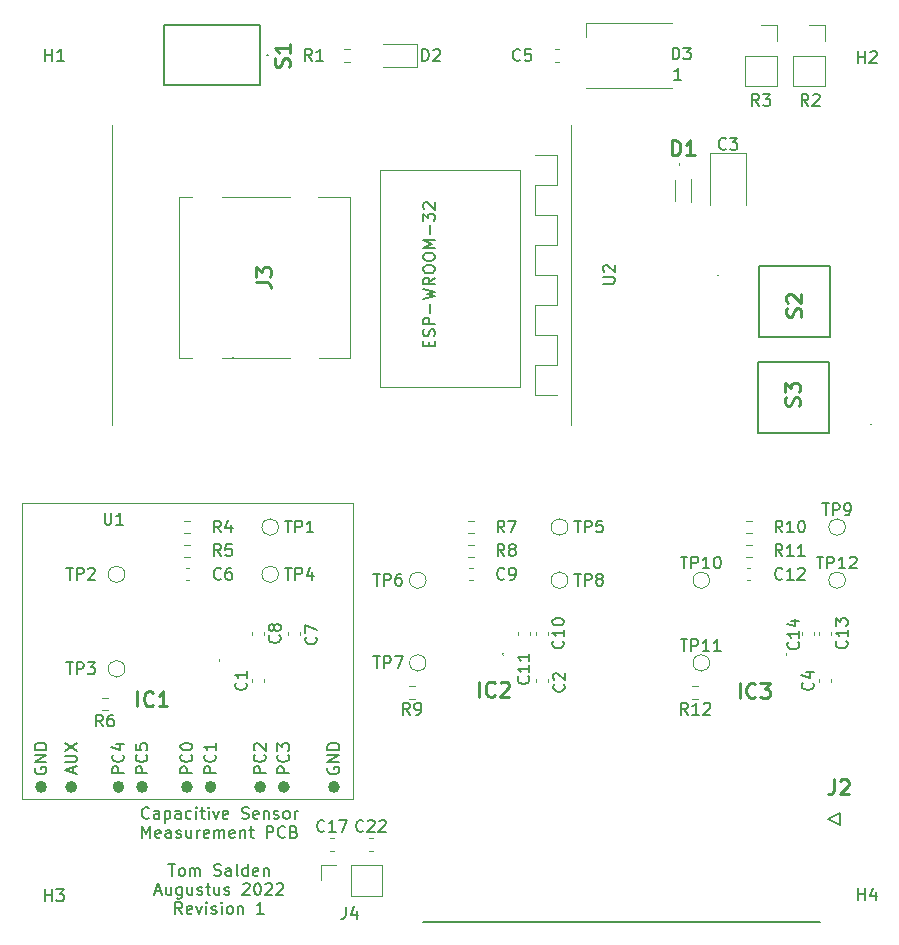
<source format=gbr>
%TF.GenerationSoftware,KiCad,Pcbnew,(6.0.6)*%
%TF.CreationDate,2022-08-03T15:13:17+02:00*%
%TF.ProjectId,PCAP04_Interface,50434150-3034-45f4-996e-746572666163,rev?*%
%TF.SameCoordinates,Original*%
%TF.FileFunction,Legend,Top*%
%TF.FilePolarity,Positive*%
%FSLAX46Y46*%
G04 Gerber Fmt 4.6, Leading zero omitted, Abs format (unit mm)*
G04 Created by KiCad (PCBNEW (6.0.6)) date 2022-08-03 15:13:17*
%MOMM*%
%LPD*%
G01*
G04 APERTURE LIST*
%ADD10C,0.150000*%
%ADD11C,0.254000*%
%ADD12C,0.120000*%
%ADD13C,0.100000*%
%ADD14C,0.127000*%
%ADD15C,0.200000*%
%ADD16C,0.507214*%
G04 APERTURE END LIST*
D10*
X116094619Y-138191142D02*
X116047000Y-138238761D01*
X115904142Y-138286380D01*
X115808904Y-138286380D01*
X115666047Y-138238761D01*
X115570809Y-138143523D01*
X115523190Y-138048285D01*
X115475571Y-137857809D01*
X115475571Y-137714952D01*
X115523190Y-137524476D01*
X115570809Y-137429238D01*
X115666047Y-137334000D01*
X115808904Y-137286380D01*
X115904142Y-137286380D01*
X116047000Y-137334000D01*
X116094619Y-137381619D01*
X116951761Y-138286380D02*
X116951761Y-137762571D01*
X116904142Y-137667333D01*
X116808904Y-137619714D01*
X116618428Y-137619714D01*
X116523190Y-137667333D01*
X116951761Y-138238761D02*
X116856523Y-138286380D01*
X116618428Y-138286380D01*
X116523190Y-138238761D01*
X116475571Y-138143523D01*
X116475571Y-138048285D01*
X116523190Y-137953047D01*
X116618428Y-137905428D01*
X116856523Y-137905428D01*
X116951761Y-137857809D01*
X117427952Y-137619714D02*
X117427952Y-138619714D01*
X117427952Y-137667333D02*
X117523190Y-137619714D01*
X117713666Y-137619714D01*
X117808904Y-137667333D01*
X117856523Y-137714952D01*
X117904142Y-137810190D01*
X117904142Y-138095904D01*
X117856523Y-138191142D01*
X117808904Y-138238761D01*
X117713666Y-138286380D01*
X117523190Y-138286380D01*
X117427952Y-138238761D01*
X118761285Y-138286380D02*
X118761285Y-137762571D01*
X118713666Y-137667333D01*
X118618428Y-137619714D01*
X118427952Y-137619714D01*
X118332714Y-137667333D01*
X118761285Y-138238761D02*
X118666047Y-138286380D01*
X118427952Y-138286380D01*
X118332714Y-138238761D01*
X118285095Y-138143523D01*
X118285095Y-138048285D01*
X118332714Y-137953047D01*
X118427952Y-137905428D01*
X118666047Y-137905428D01*
X118761285Y-137857809D01*
X119666047Y-138238761D02*
X119570809Y-138286380D01*
X119380333Y-138286380D01*
X119285095Y-138238761D01*
X119237476Y-138191142D01*
X119189857Y-138095904D01*
X119189857Y-137810190D01*
X119237476Y-137714952D01*
X119285095Y-137667333D01*
X119380333Y-137619714D01*
X119570809Y-137619714D01*
X119666047Y-137667333D01*
X120094619Y-138286380D02*
X120094619Y-137619714D01*
X120094619Y-137286380D02*
X120047000Y-137334000D01*
X120094619Y-137381619D01*
X120142238Y-137334000D01*
X120094619Y-137286380D01*
X120094619Y-137381619D01*
X120427952Y-137619714D02*
X120808904Y-137619714D01*
X120570809Y-137286380D02*
X120570809Y-138143523D01*
X120618428Y-138238761D01*
X120713666Y-138286380D01*
X120808904Y-138286380D01*
X121142238Y-138286380D02*
X121142238Y-137619714D01*
X121142238Y-137286380D02*
X121094619Y-137334000D01*
X121142238Y-137381619D01*
X121189857Y-137334000D01*
X121142238Y-137286380D01*
X121142238Y-137381619D01*
X121523190Y-137619714D02*
X121761285Y-138286380D01*
X121999380Y-137619714D01*
X122761285Y-138238761D02*
X122666047Y-138286380D01*
X122475571Y-138286380D01*
X122380333Y-138238761D01*
X122332714Y-138143523D01*
X122332714Y-137762571D01*
X122380333Y-137667333D01*
X122475571Y-137619714D01*
X122666047Y-137619714D01*
X122761285Y-137667333D01*
X122808904Y-137762571D01*
X122808904Y-137857809D01*
X122332714Y-137953047D01*
X123951761Y-138238761D02*
X124094619Y-138286380D01*
X124332714Y-138286380D01*
X124427952Y-138238761D01*
X124475571Y-138191142D01*
X124523190Y-138095904D01*
X124523190Y-138000666D01*
X124475571Y-137905428D01*
X124427952Y-137857809D01*
X124332714Y-137810190D01*
X124142238Y-137762571D01*
X124047000Y-137714952D01*
X123999380Y-137667333D01*
X123951761Y-137572095D01*
X123951761Y-137476857D01*
X123999380Y-137381619D01*
X124047000Y-137334000D01*
X124142238Y-137286380D01*
X124380333Y-137286380D01*
X124523190Y-137334000D01*
X125332714Y-138238761D02*
X125237476Y-138286380D01*
X125047000Y-138286380D01*
X124951761Y-138238761D01*
X124904142Y-138143523D01*
X124904142Y-137762571D01*
X124951761Y-137667333D01*
X125047000Y-137619714D01*
X125237476Y-137619714D01*
X125332714Y-137667333D01*
X125380333Y-137762571D01*
X125380333Y-137857809D01*
X124904142Y-137953047D01*
X125808904Y-137619714D02*
X125808904Y-138286380D01*
X125808904Y-137714952D02*
X125856523Y-137667333D01*
X125951761Y-137619714D01*
X126094619Y-137619714D01*
X126189857Y-137667333D01*
X126237476Y-137762571D01*
X126237476Y-138286380D01*
X126666047Y-138238761D02*
X126761285Y-138286380D01*
X126951761Y-138286380D01*
X127047000Y-138238761D01*
X127094619Y-138143523D01*
X127094619Y-138095904D01*
X127047000Y-138000666D01*
X126951761Y-137953047D01*
X126808904Y-137953047D01*
X126713666Y-137905428D01*
X126666047Y-137810190D01*
X126666047Y-137762571D01*
X126713666Y-137667333D01*
X126808904Y-137619714D01*
X126951761Y-137619714D01*
X127047000Y-137667333D01*
X127666047Y-138286380D02*
X127570809Y-138238761D01*
X127523190Y-138191142D01*
X127475571Y-138095904D01*
X127475571Y-137810190D01*
X127523190Y-137714952D01*
X127570809Y-137667333D01*
X127666047Y-137619714D01*
X127808904Y-137619714D01*
X127904142Y-137667333D01*
X127951761Y-137714952D01*
X127999380Y-137810190D01*
X127999380Y-138095904D01*
X127951761Y-138191142D01*
X127904142Y-138238761D01*
X127808904Y-138286380D01*
X127666047Y-138286380D01*
X128427952Y-138286380D02*
X128427952Y-137619714D01*
X128427952Y-137810190D02*
X128475571Y-137714952D01*
X128523190Y-137667333D01*
X128618428Y-137619714D01*
X128713666Y-137619714D01*
X115523190Y-139896380D02*
X115523190Y-138896380D01*
X115856523Y-139610666D01*
X116189857Y-138896380D01*
X116189857Y-139896380D01*
X117047000Y-139848761D02*
X116951761Y-139896380D01*
X116761285Y-139896380D01*
X116666047Y-139848761D01*
X116618428Y-139753523D01*
X116618428Y-139372571D01*
X116666047Y-139277333D01*
X116761285Y-139229714D01*
X116951761Y-139229714D01*
X117047000Y-139277333D01*
X117094619Y-139372571D01*
X117094619Y-139467809D01*
X116618428Y-139563047D01*
X117951761Y-139896380D02*
X117951761Y-139372571D01*
X117904142Y-139277333D01*
X117808904Y-139229714D01*
X117618428Y-139229714D01*
X117523190Y-139277333D01*
X117951761Y-139848761D02*
X117856523Y-139896380D01*
X117618428Y-139896380D01*
X117523190Y-139848761D01*
X117475571Y-139753523D01*
X117475571Y-139658285D01*
X117523190Y-139563047D01*
X117618428Y-139515428D01*
X117856523Y-139515428D01*
X117951761Y-139467809D01*
X118380333Y-139848761D02*
X118475571Y-139896380D01*
X118666047Y-139896380D01*
X118761285Y-139848761D01*
X118808904Y-139753523D01*
X118808904Y-139705904D01*
X118761285Y-139610666D01*
X118666047Y-139563047D01*
X118523190Y-139563047D01*
X118427952Y-139515428D01*
X118380333Y-139420190D01*
X118380333Y-139372571D01*
X118427952Y-139277333D01*
X118523190Y-139229714D01*
X118666047Y-139229714D01*
X118761285Y-139277333D01*
X119666047Y-139229714D02*
X119666047Y-139896380D01*
X119237476Y-139229714D02*
X119237476Y-139753523D01*
X119285095Y-139848761D01*
X119380333Y-139896380D01*
X119523190Y-139896380D01*
X119618428Y-139848761D01*
X119666047Y-139801142D01*
X120142238Y-139896380D02*
X120142238Y-139229714D01*
X120142238Y-139420190D02*
X120189857Y-139324952D01*
X120237476Y-139277333D01*
X120332714Y-139229714D01*
X120427952Y-139229714D01*
X121142238Y-139848761D02*
X121047000Y-139896380D01*
X120856523Y-139896380D01*
X120761285Y-139848761D01*
X120713666Y-139753523D01*
X120713666Y-139372571D01*
X120761285Y-139277333D01*
X120856523Y-139229714D01*
X121047000Y-139229714D01*
X121142238Y-139277333D01*
X121189857Y-139372571D01*
X121189857Y-139467809D01*
X120713666Y-139563047D01*
X121618428Y-139896380D02*
X121618428Y-139229714D01*
X121618428Y-139324952D02*
X121666047Y-139277333D01*
X121761285Y-139229714D01*
X121904142Y-139229714D01*
X121999380Y-139277333D01*
X122047000Y-139372571D01*
X122047000Y-139896380D01*
X122047000Y-139372571D02*
X122094619Y-139277333D01*
X122189857Y-139229714D01*
X122332714Y-139229714D01*
X122427952Y-139277333D01*
X122475571Y-139372571D01*
X122475571Y-139896380D01*
X123332714Y-139848761D02*
X123237476Y-139896380D01*
X123047000Y-139896380D01*
X122951761Y-139848761D01*
X122904142Y-139753523D01*
X122904142Y-139372571D01*
X122951761Y-139277333D01*
X123047000Y-139229714D01*
X123237476Y-139229714D01*
X123332714Y-139277333D01*
X123380333Y-139372571D01*
X123380333Y-139467809D01*
X122904142Y-139563047D01*
X123808904Y-139229714D02*
X123808904Y-139896380D01*
X123808904Y-139324952D02*
X123856523Y-139277333D01*
X123951761Y-139229714D01*
X124094619Y-139229714D01*
X124189857Y-139277333D01*
X124237476Y-139372571D01*
X124237476Y-139896380D01*
X124570809Y-139229714D02*
X124951761Y-139229714D01*
X124713666Y-138896380D02*
X124713666Y-139753523D01*
X124761285Y-139848761D01*
X124856523Y-139896380D01*
X124951761Y-139896380D01*
X126047000Y-139896380D02*
X126047000Y-138896380D01*
X126427952Y-138896380D01*
X126523190Y-138944000D01*
X126570809Y-138991619D01*
X126618428Y-139086857D01*
X126618428Y-139229714D01*
X126570809Y-139324952D01*
X126523190Y-139372571D01*
X126427952Y-139420190D01*
X126047000Y-139420190D01*
X127618428Y-139801142D02*
X127570809Y-139848761D01*
X127427952Y-139896380D01*
X127332714Y-139896380D01*
X127189857Y-139848761D01*
X127094619Y-139753523D01*
X127047000Y-139658285D01*
X126999380Y-139467809D01*
X126999380Y-139324952D01*
X127047000Y-139134476D01*
X127094619Y-139039238D01*
X127189857Y-138944000D01*
X127332714Y-138896380D01*
X127427952Y-138896380D01*
X127570809Y-138944000D01*
X127618428Y-138991619D01*
X128380333Y-139372571D02*
X128523190Y-139420190D01*
X128570809Y-139467809D01*
X128618428Y-139563047D01*
X128618428Y-139705904D01*
X128570809Y-139801142D01*
X128523190Y-139848761D01*
X128427952Y-139896380D01*
X128047000Y-139896380D01*
X128047000Y-138896380D01*
X128380333Y-138896380D01*
X128475571Y-138944000D01*
X128523190Y-138991619D01*
X128570809Y-139086857D01*
X128570809Y-139182095D01*
X128523190Y-139277333D01*
X128475571Y-139324952D01*
X128380333Y-139372571D01*
X128047000Y-139372571D01*
X117737476Y-142116380D02*
X118308904Y-142116380D01*
X118023190Y-143116380D02*
X118023190Y-142116380D01*
X118785095Y-143116380D02*
X118689857Y-143068761D01*
X118642238Y-143021142D01*
X118594619Y-142925904D01*
X118594619Y-142640190D01*
X118642238Y-142544952D01*
X118689857Y-142497333D01*
X118785095Y-142449714D01*
X118927952Y-142449714D01*
X119023190Y-142497333D01*
X119070809Y-142544952D01*
X119118428Y-142640190D01*
X119118428Y-142925904D01*
X119070809Y-143021142D01*
X119023190Y-143068761D01*
X118927952Y-143116380D01*
X118785095Y-143116380D01*
X119547000Y-143116380D02*
X119547000Y-142449714D01*
X119547000Y-142544952D02*
X119594619Y-142497333D01*
X119689857Y-142449714D01*
X119832714Y-142449714D01*
X119927952Y-142497333D01*
X119975571Y-142592571D01*
X119975571Y-143116380D01*
X119975571Y-142592571D02*
X120023190Y-142497333D01*
X120118428Y-142449714D01*
X120261285Y-142449714D01*
X120356523Y-142497333D01*
X120404142Y-142592571D01*
X120404142Y-143116380D01*
X121594619Y-143068761D02*
X121737476Y-143116380D01*
X121975571Y-143116380D01*
X122070809Y-143068761D01*
X122118428Y-143021142D01*
X122166047Y-142925904D01*
X122166047Y-142830666D01*
X122118428Y-142735428D01*
X122070809Y-142687809D01*
X121975571Y-142640190D01*
X121785095Y-142592571D01*
X121689857Y-142544952D01*
X121642238Y-142497333D01*
X121594619Y-142402095D01*
X121594619Y-142306857D01*
X121642238Y-142211619D01*
X121689857Y-142164000D01*
X121785095Y-142116380D01*
X122023190Y-142116380D01*
X122166047Y-142164000D01*
X123023190Y-143116380D02*
X123023190Y-142592571D01*
X122975571Y-142497333D01*
X122880333Y-142449714D01*
X122689857Y-142449714D01*
X122594619Y-142497333D01*
X123023190Y-143068761D02*
X122927952Y-143116380D01*
X122689857Y-143116380D01*
X122594619Y-143068761D01*
X122547000Y-142973523D01*
X122547000Y-142878285D01*
X122594619Y-142783047D01*
X122689857Y-142735428D01*
X122927952Y-142735428D01*
X123023190Y-142687809D01*
X123642238Y-143116380D02*
X123547000Y-143068761D01*
X123499380Y-142973523D01*
X123499380Y-142116380D01*
X124451761Y-143116380D02*
X124451761Y-142116380D01*
X124451761Y-143068761D02*
X124356523Y-143116380D01*
X124166047Y-143116380D01*
X124070809Y-143068761D01*
X124023190Y-143021142D01*
X123975571Y-142925904D01*
X123975571Y-142640190D01*
X124023190Y-142544952D01*
X124070809Y-142497333D01*
X124166047Y-142449714D01*
X124356523Y-142449714D01*
X124451761Y-142497333D01*
X125308904Y-143068761D02*
X125213666Y-143116380D01*
X125023190Y-143116380D01*
X124927952Y-143068761D01*
X124880333Y-142973523D01*
X124880333Y-142592571D01*
X124927952Y-142497333D01*
X125023190Y-142449714D01*
X125213666Y-142449714D01*
X125308904Y-142497333D01*
X125356523Y-142592571D01*
X125356523Y-142687809D01*
X124880333Y-142783047D01*
X125785095Y-142449714D02*
X125785095Y-143116380D01*
X125785095Y-142544952D02*
X125832714Y-142497333D01*
X125927952Y-142449714D01*
X126070809Y-142449714D01*
X126166047Y-142497333D01*
X126213666Y-142592571D01*
X126213666Y-143116380D01*
X116618428Y-144440666D02*
X117094619Y-144440666D01*
X116523190Y-144726380D02*
X116856523Y-143726380D01*
X117189857Y-144726380D01*
X117951761Y-144059714D02*
X117951761Y-144726380D01*
X117523190Y-144059714D02*
X117523190Y-144583523D01*
X117570809Y-144678761D01*
X117666047Y-144726380D01*
X117808904Y-144726380D01*
X117904142Y-144678761D01*
X117951761Y-144631142D01*
X118856523Y-144059714D02*
X118856523Y-144869238D01*
X118808904Y-144964476D01*
X118761285Y-145012095D01*
X118666047Y-145059714D01*
X118523190Y-145059714D01*
X118427952Y-145012095D01*
X118856523Y-144678761D02*
X118761285Y-144726380D01*
X118570809Y-144726380D01*
X118475571Y-144678761D01*
X118427952Y-144631142D01*
X118380333Y-144535904D01*
X118380333Y-144250190D01*
X118427952Y-144154952D01*
X118475571Y-144107333D01*
X118570809Y-144059714D01*
X118761285Y-144059714D01*
X118856523Y-144107333D01*
X119761285Y-144059714D02*
X119761285Y-144726380D01*
X119332714Y-144059714D02*
X119332714Y-144583523D01*
X119380333Y-144678761D01*
X119475571Y-144726380D01*
X119618428Y-144726380D01*
X119713666Y-144678761D01*
X119761285Y-144631142D01*
X120189857Y-144678761D02*
X120285095Y-144726380D01*
X120475571Y-144726380D01*
X120570809Y-144678761D01*
X120618428Y-144583523D01*
X120618428Y-144535904D01*
X120570809Y-144440666D01*
X120475571Y-144393047D01*
X120332714Y-144393047D01*
X120237476Y-144345428D01*
X120189857Y-144250190D01*
X120189857Y-144202571D01*
X120237476Y-144107333D01*
X120332714Y-144059714D01*
X120475571Y-144059714D01*
X120570809Y-144107333D01*
X120904142Y-144059714D02*
X121285095Y-144059714D01*
X121047000Y-143726380D02*
X121047000Y-144583523D01*
X121094619Y-144678761D01*
X121189857Y-144726380D01*
X121285095Y-144726380D01*
X122047000Y-144059714D02*
X122047000Y-144726380D01*
X121618428Y-144059714D02*
X121618428Y-144583523D01*
X121666047Y-144678761D01*
X121761285Y-144726380D01*
X121904142Y-144726380D01*
X121999380Y-144678761D01*
X122047000Y-144631142D01*
X122475571Y-144678761D02*
X122570809Y-144726380D01*
X122761285Y-144726380D01*
X122856523Y-144678761D01*
X122904142Y-144583523D01*
X122904142Y-144535904D01*
X122856523Y-144440666D01*
X122761285Y-144393047D01*
X122618428Y-144393047D01*
X122523190Y-144345428D01*
X122475571Y-144250190D01*
X122475571Y-144202571D01*
X122523190Y-144107333D01*
X122618428Y-144059714D01*
X122761285Y-144059714D01*
X122856523Y-144107333D01*
X124047000Y-143821619D02*
X124094619Y-143774000D01*
X124189857Y-143726380D01*
X124427952Y-143726380D01*
X124523190Y-143774000D01*
X124570809Y-143821619D01*
X124618428Y-143916857D01*
X124618428Y-144012095D01*
X124570809Y-144154952D01*
X123999380Y-144726380D01*
X124618428Y-144726380D01*
X125237476Y-143726380D02*
X125332714Y-143726380D01*
X125427952Y-143774000D01*
X125475571Y-143821619D01*
X125523190Y-143916857D01*
X125570809Y-144107333D01*
X125570809Y-144345428D01*
X125523190Y-144535904D01*
X125475571Y-144631142D01*
X125427952Y-144678761D01*
X125332714Y-144726380D01*
X125237476Y-144726380D01*
X125142238Y-144678761D01*
X125094619Y-144631142D01*
X125047000Y-144535904D01*
X124999380Y-144345428D01*
X124999380Y-144107333D01*
X125047000Y-143916857D01*
X125094619Y-143821619D01*
X125142238Y-143774000D01*
X125237476Y-143726380D01*
X125951761Y-143821619D02*
X125999380Y-143774000D01*
X126094619Y-143726380D01*
X126332714Y-143726380D01*
X126427952Y-143774000D01*
X126475571Y-143821619D01*
X126523190Y-143916857D01*
X126523190Y-144012095D01*
X126475571Y-144154952D01*
X125904142Y-144726380D01*
X126523190Y-144726380D01*
X126904142Y-143821619D02*
X126951761Y-143774000D01*
X127047000Y-143726380D01*
X127285095Y-143726380D01*
X127380333Y-143774000D01*
X127427952Y-143821619D01*
X127475571Y-143916857D01*
X127475571Y-144012095D01*
X127427952Y-144154952D01*
X126856523Y-144726380D01*
X127475571Y-144726380D01*
X118904142Y-146336380D02*
X118570809Y-145860190D01*
X118332714Y-146336380D02*
X118332714Y-145336380D01*
X118713666Y-145336380D01*
X118808904Y-145384000D01*
X118856523Y-145431619D01*
X118904142Y-145526857D01*
X118904142Y-145669714D01*
X118856523Y-145764952D01*
X118808904Y-145812571D01*
X118713666Y-145860190D01*
X118332714Y-145860190D01*
X119713666Y-146288761D02*
X119618428Y-146336380D01*
X119427952Y-146336380D01*
X119332714Y-146288761D01*
X119285095Y-146193523D01*
X119285095Y-145812571D01*
X119332714Y-145717333D01*
X119427952Y-145669714D01*
X119618428Y-145669714D01*
X119713666Y-145717333D01*
X119761285Y-145812571D01*
X119761285Y-145907809D01*
X119285095Y-146003047D01*
X120094619Y-145669714D02*
X120332714Y-146336380D01*
X120570809Y-145669714D01*
X120951761Y-146336380D02*
X120951761Y-145669714D01*
X120951761Y-145336380D02*
X120904142Y-145384000D01*
X120951761Y-145431619D01*
X120999380Y-145384000D01*
X120951761Y-145336380D01*
X120951761Y-145431619D01*
X121380333Y-146288761D02*
X121475571Y-146336380D01*
X121666047Y-146336380D01*
X121761285Y-146288761D01*
X121808904Y-146193523D01*
X121808904Y-146145904D01*
X121761285Y-146050666D01*
X121666047Y-146003047D01*
X121523190Y-146003047D01*
X121427952Y-145955428D01*
X121380333Y-145860190D01*
X121380333Y-145812571D01*
X121427952Y-145717333D01*
X121523190Y-145669714D01*
X121666047Y-145669714D01*
X121761285Y-145717333D01*
X122237476Y-146336380D02*
X122237476Y-145669714D01*
X122237476Y-145336380D02*
X122189857Y-145384000D01*
X122237476Y-145431619D01*
X122285095Y-145384000D01*
X122237476Y-145336380D01*
X122237476Y-145431619D01*
X122856523Y-146336380D02*
X122761285Y-146288761D01*
X122713666Y-146241142D01*
X122666047Y-146145904D01*
X122666047Y-145860190D01*
X122713666Y-145764952D01*
X122761285Y-145717333D01*
X122856523Y-145669714D01*
X122999380Y-145669714D01*
X123094619Y-145717333D01*
X123142238Y-145764952D01*
X123189857Y-145860190D01*
X123189857Y-146145904D01*
X123142238Y-146241142D01*
X123094619Y-146288761D01*
X122999380Y-146336380D01*
X122856523Y-146336380D01*
X123618428Y-145669714D02*
X123618428Y-146336380D01*
X123618428Y-145764952D02*
X123666047Y-145717333D01*
X123761285Y-145669714D01*
X123904142Y-145669714D01*
X123999380Y-145717333D01*
X124047000Y-145812571D01*
X124047000Y-146336380D01*
X125808904Y-146336380D02*
X125237476Y-146336380D01*
X125523190Y-146336380D02*
X125523190Y-145336380D01*
X125427952Y-145479238D01*
X125332714Y-145574476D01*
X125237476Y-145622095D01*
%TO.C,C22*%
X134231142Y-139295142D02*
X134183523Y-139342761D01*
X134040666Y-139390380D01*
X133945428Y-139390380D01*
X133802571Y-139342761D01*
X133707333Y-139247523D01*
X133659714Y-139152285D01*
X133612095Y-138961809D01*
X133612095Y-138818952D01*
X133659714Y-138628476D01*
X133707333Y-138533238D01*
X133802571Y-138438000D01*
X133945428Y-138390380D01*
X134040666Y-138390380D01*
X134183523Y-138438000D01*
X134231142Y-138485619D01*
X134612095Y-138485619D02*
X134659714Y-138438000D01*
X134754952Y-138390380D01*
X134993047Y-138390380D01*
X135088285Y-138438000D01*
X135135904Y-138485619D01*
X135183523Y-138580857D01*
X135183523Y-138676095D01*
X135135904Y-138818952D01*
X134564476Y-139390380D01*
X135183523Y-139390380D01*
X135564476Y-138485619D02*
X135612095Y-138438000D01*
X135707333Y-138390380D01*
X135945428Y-138390380D01*
X136040666Y-138438000D01*
X136088285Y-138485619D01*
X136135904Y-138580857D01*
X136135904Y-138676095D01*
X136088285Y-138818952D01*
X135516857Y-139390380D01*
X136135904Y-139390380D01*
%TO.C,C17*%
X130929142Y-139295142D02*
X130881523Y-139342761D01*
X130738666Y-139390380D01*
X130643428Y-139390380D01*
X130500571Y-139342761D01*
X130405333Y-139247523D01*
X130357714Y-139152285D01*
X130310095Y-138961809D01*
X130310095Y-138818952D01*
X130357714Y-138628476D01*
X130405333Y-138533238D01*
X130500571Y-138438000D01*
X130643428Y-138390380D01*
X130738666Y-138390380D01*
X130881523Y-138438000D01*
X130929142Y-138485619D01*
X131881523Y-139390380D02*
X131310095Y-139390380D01*
X131595809Y-139390380D02*
X131595809Y-138390380D01*
X131500571Y-138533238D01*
X131405333Y-138628476D01*
X131310095Y-138676095D01*
X132214857Y-138390380D02*
X132881523Y-138390380D01*
X132452952Y-139390380D01*
%TO.C,TP10*%
X161111099Y-116090075D02*
X161682528Y-116090075D01*
X161396814Y-117090075D02*
X161396814Y-116090075D01*
X162015861Y-117090075D02*
X162015861Y-116090075D01*
X162396814Y-116090075D01*
X162492052Y-116137695D01*
X162539671Y-116185314D01*
X162587290Y-116280552D01*
X162587290Y-116423409D01*
X162539671Y-116518647D01*
X162492052Y-116566266D01*
X162396814Y-116613885D01*
X162015861Y-116613885D01*
X163539671Y-117090075D02*
X162968242Y-117090075D01*
X163253956Y-117090075D02*
X163253956Y-116090075D01*
X163158718Y-116232933D01*
X163063480Y-116328171D01*
X162968242Y-116375790D01*
X164158718Y-116090075D02*
X164253956Y-116090075D01*
X164349195Y-116137695D01*
X164396814Y-116185314D01*
X164444433Y-116280552D01*
X164492052Y-116471028D01*
X164492052Y-116709123D01*
X164444433Y-116899599D01*
X164396814Y-116994837D01*
X164349195Y-117042456D01*
X164253956Y-117090075D01*
X164158718Y-117090075D01*
X164063480Y-117042456D01*
X164015861Y-116994837D01*
X163968242Y-116899599D01*
X163920623Y-116709123D01*
X163920623Y-116471028D01*
X163968242Y-116280552D01*
X164015861Y-116185314D01*
X164063480Y-116137695D01*
X164158718Y-116090075D01*
D11*
%TO.C,J3*%
X125161523Y-92879333D02*
X126068666Y-92879333D01*
X126250095Y-92939809D01*
X126371047Y-93060761D01*
X126431523Y-93242190D01*
X126431523Y-93363142D01*
X125161523Y-92395523D02*
X125161523Y-91609333D01*
X125645333Y-92032666D01*
X125645333Y-91851238D01*
X125705809Y-91730285D01*
X125766285Y-91669809D01*
X125887238Y-91609333D01*
X126189619Y-91609333D01*
X126310571Y-91669809D01*
X126371047Y-91730285D01*
X126431523Y-91851238D01*
X126431523Y-92214095D01*
X126371047Y-92335047D01*
X126310571Y-92395523D01*
%TO.C,J2*%
X174074666Y-134940523D02*
X174074666Y-135847666D01*
X174014190Y-136029095D01*
X173893238Y-136150047D01*
X173711809Y-136210523D01*
X173590857Y-136210523D01*
X174618952Y-135061476D02*
X174679428Y-135001000D01*
X174800380Y-134940523D01*
X175102761Y-134940523D01*
X175223714Y-135001000D01*
X175284190Y-135061476D01*
X175344666Y-135182428D01*
X175344666Y-135303380D01*
X175284190Y-135484809D01*
X174558476Y-136210523D01*
X175344666Y-136210523D01*
D10*
%TO.C,C4*%
X172276337Y-126752361D02*
X172323956Y-126799980D01*
X172371575Y-126942837D01*
X172371575Y-127038075D01*
X172323956Y-127180933D01*
X172228718Y-127276171D01*
X172133480Y-127323790D01*
X171943004Y-127371409D01*
X171800147Y-127371409D01*
X171609671Y-127323790D01*
X171514433Y-127276171D01*
X171419195Y-127180933D01*
X171371575Y-127038075D01*
X171371575Y-126942837D01*
X171419195Y-126799980D01*
X171466814Y-126752361D01*
X171704909Y-125895218D02*
X172371575Y-125895218D01*
X171323956Y-126133314D02*
X172038242Y-126371409D01*
X172038242Y-125752361D01*
%TO.C,C11*%
X148206337Y-126228552D02*
X148253956Y-126276171D01*
X148301575Y-126419028D01*
X148301575Y-126514266D01*
X148253956Y-126657123D01*
X148158718Y-126752361D01*
X148063480Y-126799980D01*
X147873004Y-126847599D01*
X147730147Y-126847599D01*
X147539671Y-126799980D01*
X147444433Y-126752361D01*
X147349195Y-126657123D01*
X147301575Y-126514266D01*
X147301575Y-126419028D01*
X147349195Y-126276171D01*
X147396814Y-126228552D01*
X148301575Y-125276171D02*
X148301575Y-125847599D01*
X148301575Y-125561885D02*
X147301575Y-125561885D01*
X147444433Y-125657123D01*
X147539671Y-125752361D01*
X147587290Y-125847599D01*
X148301575Y-124323790D02*
X148301575Y-124895218D01*
X148301575Y-124609504D02*
X147301575Y-124609504D01*
X147444433Y-124704742D01*
X147539671Y-124799980D01*
X147587290Y-124895218D01*
%TO.C,TP7*%
X135087290Y-124538075D02*
X135658718Y-124538075D01*
X135373004Y-125538075D02*
X135373004Y-124538075D01*
X135992052Y-125538075D02*
X135992052Y-124538075D01*
X136373004Y-124538075D01*
X136468242Y-124585695D01*
X136515861Y-124633314D01*
X136563480Y-124728552D01*
X136563480Y-124871409D01*
X136515861Y-124966647D01*
X136468242Y-125014266D01*
X136373004Y-125061885D01*
X135992052Y-125061885D01*
X136896814Y-124538075D02*
X137563480Y-124538075D01*
X137134909Y-125538075D01*
%TO.C,R7*%
X146182528Y-114038075D02*
X145849195Y-113561885D01*
X145611099Y-114038075D02*
X145611099Y-113038075D01*
X145992052Y-113038075D01*
X146087290Y-113085695D01*
X146134909Y-113133314D01*
X146182528Y-113228552D01*
X146182528Y-113371409D01*
X146134909Y-113466647D01*
X146087290Y-113514266D01*
X145992052Y-113561885D01*
X145611099Y-113561885D01*
X146515861Y-113038075D02*
X147182528Y-113038075D01*
X146753956Y-114038075D01*
%TO.C,H2*%
X176137900Y-74295185D02*
X176137900Y-73295185D01*
X176137900Y-73771376D02*
X176709328Y-73771376D01*
X176709328Y-74295185D02*
X176709328Y-73295185D01*
X177137900Y-73390424D02*
X177185519Y-73342805D01*
X177280757Y-73295185D01*
X177518852Y-73295185D01*
X177614090Y-73342805D01*
X177661709Y-73390424D01*
X177709328Y-73485662D01*
X177709328Y-73580900D01*
X177661709Y-73723757D01*
X177090281Y-74295185D01*
X177709328Y-74295185D01*
%TO.C,C2*%
X151206337Y-126898628D02*
X151253956Y-126946247D01*
X151301575Y-127089104D01*
X151301575Y-127184342D01*
X151253956Y-127327200D01*
X151158718Y-127422438D01*
X151063480Y-127470057D01*
X150873004Y-127517676D01*
X150730147Y-127517676D01*
X150539671Y-127470057D01*
X150444433Y-127422438D01*
X150349195Y-127327200D01*
X150301575Y-127184342D01*
X150301575Y-127089104D01*
X150349195Y-126946247D01*
X150396814Y-126898628D01*
X150396814Y-126517676D02*
X150349195Y-126470057D01*
X150301575Y-126374819D01*
X150301575Y-126136723D01*
X150349195Y-126041485D01*
X150396814Y-125993866D01*
X150492052Y-125946247D01*
X150587290Y-125946247D01*
X150730147Y-125993866D01*
X151301575Y-126565295D01*
X151301575Y-125946247D01*
%TO.C,C6*%
X122182528Y-117942837D02*
X122134909Y-117990456D01*
X121992052Y-118038075D01*
X121896814Y-118038075D01*
X121753956Y-117990456D01*
X121658718Y-117895218D01*
X121611099Y-117799980D01*
X121563480Y-117609504D01*
X121563480Y-117466647D01*
X121611099Y-117276171D01*
X121658718Y-117180933D01*
X121753956Y-117085695D01*
X121896814Y-117038075D01*
X121992052Y-117038075D01*
X122134909Y-117085695D01*
X122182528Y-117133314D01*
X123039671Y-117038075D02*
X122849195Y-117038075D01*
X122753956Y-117085695D01*
X122706337Y-117133314D01*
X122611099Y-117276171D01*
X122563480Y-117466647D01*
X122563480Y-117847599D01*
X122611099Y-117942837D01*
X122658718Y-117990456D01*
X122753956Y-118038075D01*
X122944433Y-118038075D01*
X123039671Y-117990456D01*
X123087290Y-117942837D01*
X123134909Y-117847599D01*
X123134909Y-117609504D01*
X123087290Y-117514266D01*
X123039671Y-117466647D01*
X122944433Y-117419028D01*
X122753956Y-117419028D01*
X122658718Y-117466647D01*
X122611099Y-117514266D01*
X122563480Y-117609504D01*
%TO.C,R10*%
X169706337Y-114038075D02*
X169373004Y-113561885D01*
X169134909Y-114038075D02*
X169134909Y-113038075D01*
X169515861Y-113038075D01*
X169611099Y-113085695D01*
X169658718Y-113133314D01*
X169706337Y-113228552D01*
X169706337Y-113371409D01*
X169658718Y-113466647D01*
X169611099Y-113514266D01*
X169515861Y-113561885D01*
X169134909Y-113561885D01*
X170658718Y-114038075D02*
X170087290Y-114038075D01*
X170373004Y-114038075D02*
X170373004Y-113038075D01*
X170277766Y-113180933D01*
X170182528Y-113276171D01*
X170087290Y-113323790D01*
X171277766Y-113038075D02*
X171373004Y-113038075D01*
X171468242Y-113085695D01*
X171515861Y-113133314D01*
X171563480Y-113228552D01*
X171611099Y-113419028D01*
X171611099Y-113657123D01*
X171563480Y-113847599D01*
X171515861Y-113942837D01*
X171468242Y-113990456D01*
X171373004Y-114038075D01*
X171277766Y-114038075D01*
X171182528Y-113990456D01*
X171134909Y-113942837D01*
X171087290Y-113847599D01*
X171039671Y-113657123D01*
X171039671Y-113419028D01*
X171087290Y-113228552D01*
X171134909Y-113133314D01*
X171182528Y-113085695D01*
X171277766Y-113038075D01*
D11*
%TO.C,IC3*%
X166109433Y-128060218D02*
X166109433Y-126790218D01*
X167439909Y-127939266D02*
X167379433Y-127999742D01*
X167198004Y-128060218D01*
X167077052Y-128060218D01*
X166895623Y-127999742D01*
X166774671Y-127878790D01*
X166714195Y-127757837D01*
X166653718Y-127515933D01*
X166653718Y-127334504D01*
X166714195Y-127092599D01*
X166774671Y-126971647D01*
X166895623Y-126850695D01*
X167077052Y-126790218D01*
X167198004Y-126790218D01*
X167379433Y-126850695D01*
X167439909Y-126911171D01*
X167863242Y-126790218D02*
X168649433Y-126790218D01*
X168226099Y-127274028D01*
X168407528Y-127274028D01*
X168528480Y-127334504D01*
X168588956Y-127394980D01*
X168649433Y-127515933D01*
X168649433Y-127818314D01*
X168588956Y-127939266D01*
X168528480Y-127999742D01*
X168407528Y-128060218D01*
X168044671Y-128060218D01*
X167923718Y-127999742D01*
X167863242Y-127939266D01*
D10*
%TO.C,C10*%
X151136337Y-123228552D02*
X151183956Y-123276171D01*
X151231575Y-123419028D01*
X151231575Y-123514266D01*
X151183956Y-123657123D01*
X151088718Y-123752361D01*
X150993480Y-123799980D01*
X150803004Y-123847599D01*
X150660147Y-123847599D01*
X150469671Y-123799980D01*
X150374433Y-123752361D01*
X150279195Y-123657123D01*
X150231575Y-123514266D01*
X150231575Y-123419028D01*
X150279195Y-123276171D01*
X150326814Y-123228552D01*
X151231575Y-122276171D02*
X151231575Y-122847599D01*
X151231575Y-122561885D02*
X150231575Y-122561885D01*
X150374433Y-122657123D01*
X150469671Y-122752361D01*
X150517290Y-122847599D01*
X150231575Y-121657123D02*
X150231575Y-121561885D01*
X150279195Y-121466647D01*
X150326814Y-121419028D01*
X150422052Y-121371409D01*
X150612528Y-121323790D01*
X150850623Y-121323790D01*
X151041099Y-121371409D01*
X151136337Y-121419028D01*
X151183956Y-121466647D01*
X151231575Y-121561885D01*
X151231575Y-121657123D01*
X151183956Y-121752361D01*
X151136337Y-121799980D01*
X151041099Y-121847599D01*
X150850623Y-121895218D01*
X150612528Y-121895218D01*
X150422052Y-121847599D01*
X150326814Y-121799980D01*
X150279195Y-121752361D01*
X150231575Y-121657123D01*
D11*
%TO.C,D1*%
X160352619Y-82108523D02*
X160352619Y-80838523D01*
X160655000Y-80838523D01*
X160836428Y-80899000D01*
X160957380Y-81019952D01*
X161017857Y-81140904D01*
X161078333Y-81382809D01*
X161078333Y-81564238D01*
X161017857Y-81806142D01*
X160957380Y-81927095D01*
X160836428Y-82048047D01*
X160655000Y-82108523D01*
X160352619Y-82108523D01*
X162287857Y-82108523D02*
X161562142Y-82108523D01*
X161925000Y-82108523D02*
X161925000Y-80838523D01*
X161804047Y-81019952D01*
X161683095Y-81140904D01*
X161562142Y-81201380D01*
D10*
%TO.C,C1*%
X124276337Y-126752361D02*
X124323956Y-126799980D01*
X124371575Y-126942837D01*
X124371575Y-127038075D01*
X124323956Y-127180933D01*
X124228718Y-127276171D01*
X124133480Y-127323790D01*
X123943004Y-127371409D01*
X123800147Y-127371409D01*
X123609671Y-127323790D01*
X123514433Y-127276171D01*
X123419195Y-127180933D01*
X123371575Y-127038075D01*
X123371575Y-126942837D01*
X123419195Y-126799980D01*
X123466814Y-126752361D01*
X124371575Y-125799980D02*
X124371575Y-126371409D01*
X124371575Y-126085695D02*
X123371575Y-126085695D01*
X123514433Y-126180933D01*
X123609671Y-126276171D01*
X123657290Y-126371409D01*
D11*
%TO.C,S2*%
X171261547Y-95784619D02*
X171322023Y-95603190D01*
X171322023Y-95300809D01*
X171261547Y-95179857D01*
X171201071Y-95119380D01*
X171080119Y-95058904D01*
X170959166Y-95058904D01*
X170838214Y-95119380D01*
X170777738Y-95179857D01*
X170717261Y-95300809D01*
X170656785Y-95542714D01*
X170596309Y-95663666D01*
X170535833Y-95724142D01*
X170414880Y-95784619D01*
X170293928Y-95784619D01*
X170172976Y-95724142D01*
X170112500Y-95663666D01*
X170052023Y-95542714D01*
X170052023Y-95240333D01*
X170112500Y-95058904D01*
X170172976Y-94575095D02*
X170112500Y-94514619D01*
X170052023Y-94393666D01*
X170052023Y-94091285D01*
X170112500Y-93970333D01*
X170172976Y-93909857D01*
X170293928Y-93849380D01*
X170414880Y-93849380D01*
X170596309Y-93909857D01*
X171322023Y-94635571D01*
X171322023Y-93849380D01*
D10*
%TO.C,R2*%
X171918333Y-77922380D02*
X171585000Y-77446190D01*
X171346904Y-77922380D02*
X171346904Y-76922380D01*
X171727857Y-76922380D01*
X171823095Y-76970000D01*
X171870714Y-77017619D01*
X171918333Y-77112857D01*
X171918333Y-77255714D01*
X171870714Y-77350952D01*
X171823095Y-77398571D01*
X171727857Y-77446190D01*
X171346904Y-77446190D01*
X172299285Y-77017619D02*
X172346904Y-76970000D01*
X172442142Y-76922380D01*
X172680238Y-76922380D01*
X172775476Y-76970000D01*
X172823095Y-77017619D01*
X172870714Y-77112857D01*
X172870714Y-77208095D01*
X172823095Y-77350952D01*
X172251666Y-77922380D01*
X172870714Y-77922380D01*
%TO.C,R12*%
X161706337Y-129468075D02*
X161373004Y-128991885D01*
X161134909Y-129468075D02*
X161134909Y-128468075D01*
X161515861Y-128468075D01*
X161611099Y-128515695D01*
X161658718Y-128563314D01*
X161706337Y-128658552D01*
X161706337Y-128801409D01*
X161658718Y-128896647D01*
X161611099Y-128944266D01*
X161515861Y-128991885D01*
X161134909Y-128991885D01*
X162658718Y-129468075D02*
X162087290Y-129468075D01*
X162373004Y-129468075D02*
X162373004Y-128468075D01*
X162277766Y-128610933D01*
X162182528Y-128706171D01*
X162087290Y-128753790D01*
X163039671Y-128563314D02*
X163087290Y-128515695D01*
X163182528Y-128468075D01*
X163420623Y-128468075D01*
X163515861Y-128515695D01*
X163563480Y-128563314D01*
X163611099Y-128658552D01*
X163611099Y-128753790D01*
X163563480Y-128896647D01*
X162992052Y-129468075D01*
X163611099Y-129468075D01*
%TO.C,R1*%
X129872333Y-74112380D02*
X129539000Y-73636190D01*
X129300904Y-74112380D02*
X129300904Y-73112380D01*
X129681857Y-73112380D01*
X129777095Y-73160000D01*
X129824714Y-73207619D01*
X129872333Y-73302857D01*
X129872333Y-73445714D01*
X129824714Y-73540952D01*
X129777095Y-73588571D01*
X129681857Y-73636190D01*
X129300904Y-73636190D01*
X130824714Y-74112380D02*
X130253285Y-74112380D01*
X130539000Y-74112380D02*
X130539000Y-73112380D01*
X130443761Y-73255238D01*
X130348523Y-73350476D01*
X130253285Y-73398095D01*
%TO.C,R9*%
X138182528Y-129468075D02*
X137849195Y-128991885D01*
X137611099Y-129468075D02*
X137611099Y-128468075D01*
X137992052Y-128468075D01*
X138087290Y-128515695D01*
X138134909Y-128563314D01*
X138182528Y-128658552D01*
X138182528Y-128801409D01*
X138134909Y-128896647D01*
X138087290Y-128944266D01*
X137992052Y-128991885D01*
X137611099Y-128991885D01*
X138658718Y-129468075D02*
X138849195Y-129468075D01*
X138944433Y-129420456D01*
X138992052Y-129372837D01*
X139087290Y-129229980D01*
X139134909Y-129039504D01*
X139134909Y-128658552D01*
X139087290Y-128563314D01*
X139039671Y-128515695D01*
X138944433Y-128468075D01*
X138753956Y-128468075D01*
X138658718Y-128515695D01*
X138611099Y-128563314D01*
X138563480Y-128658552D01*
X138563480Y-128896647D01*
X138611099Y-128991885D01*
X138658718Y-129039504D01*
X138753956Y-129087123D01*
X138944433Y-129087123D01*
X139039671Y-129039504D01*
X139087290Y-128991885D01*
X139134909Y-128896647D01*
%TO.C,R5*%
X122182528Y-116038075D02*
X121849195Y-115561885D01*
X121611099Y-116038075D02*
X121611099Y-115038075D01*
X121992052Y-115038075D01*
X122087290Y-115085695D01*
X122134909Y-115133314D01*
X122182528Y-115228552D01*
X122182528Y-115371409D01*
X122134909Y-115466647D01*
X122087290Y-115514266D01*
X121992052Y-115561885D01*
X121611099Y-115561885D01*
X123087290Y-115038075D02*
X122611099Y-115038075D01*
X122563480Y-115514266D01*
X122611099Y-115466647D01*
X122706337Y-115419028D01*
X122944433Y-115419028D01*
X123039671Y-115466647D01*
X123087290Y-115514266D01*
X123134909Y-115609504D01*
X123134909Y-115847599D01*
X123087290Y-115942837D01*
X123039671Y-115990456D01*
X122944433Y-116038075D01*
X122706337Y-116038075D01*
X122611099Y-115990456D01*
X122563480Y-115942837D01*
%TO.C,TP1*%
X127587290Y-113038075D02*
X128158718Y-113038075D01*
X127873004Y-114038075D02*
X127873004Y-113038075D01*
X128492052Y-114038075D02*
X128492052Y-113038075D01*
X128873004Y-113038075D01*
X128968242Y-113085695D01*
X129015861Y-113133314D01*
X129063480Y-113228552D01*
X129063480Y-113371409D01*
X129015861Y-113466647D01*
X128968242Y-113514266D01*
X128873004Y-113561885D01*
X128492052Y-113561885D01*
X130015861Y-114038075D02*
X129444433Y-114038075D01*
X129730147Y-114038075D02*
X129730147Y-113038075D01*
X129634909Y-113180933D01*
X129539671Y-113276171D01*
X129444433Y-113323790D01*
%TO.C,U1*%
X112337290Y-112375575D02*
X112337290Y-113185099D01*
X112384909Y-113280337D01*
X112432528Y-113327956D01*
X112527766Y-113375575D01*
X112718242Y-113375575D01*
X112813480Y-113327956D01*
X112861099Y-113280337D01*
X112908718Y-113185099D01*
X112908718Y-112375575D01*
X113908718Y-113375575D02*
X113337290Y-113375575D01*
X113623004Y-113375575D02*
X113623004Y-112375575D01*
X113527766Y-112518433D01*
X113432528Y-112613671D01*
X113337290Y-112661290D01*
X121754361Y-134423790D02*
X120754361Y-134423790D01*
X120754361Y-134042837D01*
X120801981Y-133947599D01*
X120849600Y-133899980D01*
X120944838Y-133852361D01*
X121087695Y-133852361D01*
X121182933Y-133899980D01*
X121230552Y-133947599D01*
X121278171Y-134042837D01*
X121278171Y-134423790D01*
X121659123Y-132852361D02*
X121706742Y-132899980D01*
X121754361Y-133042837D01*
X121754361Y-133138075D01*
X121706742Y-133280933D01*
X121611504Y-133376171D01*
X121516266Y-133423790D01*
X121325790Y-133471409D01*
X121182933Y-133471409D01*
X120992457Y-133423790D01*
X120897219Y-133376171D01*
X120801981Y-133280933D01*
X120754361Y-133138075D01*
X120754361Y-133042837D01*
X120801981Y-132899980D01*
X120849600Y-132852361D01*
X121754361Y-131899980D02*
X121754361Y-132471409D01*
X121754361Y-132185695D02*
X120754361Y-132185695D01*
X120897219Y-132280933D01*
X120992457Y-132376171D01*
X121040076Y-132471409D01*
X131249195Y-133947599D02*
X131201575Y-134042837D01*
X131201575Y-134185695D01*
X131249195Y-134328552D01*
X131344433Y-134423790D01*
X131439671Y-134471409D01*
X131630147Y-134519028D01*
X131773004Y-134519028D01*
X131963480Y-134471409D01*
X132058718Y-134423790D01*
X132153956Y-134328552D01*
X132201575Y-134185695D01*
X132201575Y-134090456D01*
X132153956Y-133947599D01*
X132106337Y-133899980D01*
X131773004Y-133899980D01*
X131773004Y-134090456D01*
X132201575Y-133471409D02*
X131201575Y-133471409D01*
X132201575Y-132899980D01*
X131201575Y-132899980D01*
X132201575Y-132423790D02*
X131201575Y-132423790D01*
X131201575Y-132185695D01*
X131249195Y-132042837D01*
X131344433Y-131947599D01*
X131439671Y-131899980D01*
X131630147Y-131852361D01*
X131773004Y-131852361D01*
X131963480Y-131899980D01*
X132058718Y-131947599D01*
X132153956Y-132042837D01*
X132201575Y-132185695D01*
X132201575Y-132423790D01*
X109668647Y-134423790D02*
X109668647Y-133947599D01*
X109954361Y-134519028D02*
X108954361Y-134185695D01*
X109954361Y-133852361D01*
X108954361Y-133519028D02*
X109763885Y-133519028D01*
X109859123Y-133471409D01*
X109906742Y-133423790D01*
X109954361Y-133328552D01*
X109954361Y-133138075D01*
X109906742Y-133042837D01*
X109859123Y-132995218D01*
X109763885Y-132947599D01*
X108954361Y-132947599D01*
X108954361Y-132566647D02*
X109954361Y-131899980D01*
X108954361Y-131899980D02*
X109954361Y-132566647D01*
X119754361Y-134423790D02*
X118754361Y-134423790D01*
X118754361Y-134042837D01*
X118801981Y-133947599D01*
X118849600Y-133899980D01*
X118944838Y-133852361D01*
X119087695Y-133852361D01*
X119182933Y-133899980D01*
X119230552Y-133947599D01*
X119278171Y-134042837D01*
X119278171Y-134423790D01*
X119659123Y-132852361D02*
X119706742Y-132899980D01*
X119754361Y-133042837D01*
X119754361Y-133138075D01*
X119706742Y-133280933D01*
X119611504Y-133376171D01*
X119516266Y-133423790D01*
X119325790Y-133471409D01*
X119182933Y-133471409D01*
X118992457Y-133423790D01*
X118897219Y-133376171D01*
X118801981Y-133280933D01*
X118754361Y-133138075D01*
X118754361Y-133042837D01*
X118801981Y-132899980D01*
X118849600Y-132852361D01*
X118754361Y-132233314D02*
X118754361Y-132138075D01*
X118801981Y-132042837D01*
X118849600Y-131995218D01*
X118944838Y-131947599D01*
X119135314Y-131899980D01*
X119373409Y-131899980D01*
X119563885Y-131947599D01*
X119659123Y-131995218D01*
X119706742Y-132042837D01*
X119754361Y-132138075D01*
X119754361Y-132233314D01*
X119706742Y-132328552D01*
X119659123Y-132376171D01*
X119563885Y-132423790D01*
X119373409Y-132471409D01*
X119135314Y-132471409D01*
X118944838Y-132423790D01*
X118849600Y-132376171D01*
X118801981Y-132328552D01*
X118754361Y-132233314D01*
X113954361Y-134423790D02*
X112954361Y-134423790D01*
X112954361Y-134042837D01*
X113001981Y-133947599D01*
X113049600Y-133899980D01*
X113144838Y-133852361D01*
X113287695Y-133852361D01*
X113382933Y-133899980D01*
X113430552Y-133947599D01*
X113478171Y-134042837D01*
X113478171Y-134423790D01*
X113859123Y-132852361D02*
X113906742Y-132899980D01*
X113954361Y-133042837D01*
X113954361Y-133138075D01*
X113906742Y-133280933D01*
X113811504Y-133376171D01*
X113716266Y-133423790D01*
X113525790Y-133471409D01*
X113382933Y-133471409D01*
X113192457Y-133423790D01*
X113097219Y-133376171D01*
X113001981Y-133280933D01*
X112954361Y-133138075D01*
X112954361Y-133042837D01*
X113001981Y-132899980D01*
X113049600Y-132852361D01*
X113287695Y-131995218D02*
X113954361Y-131995218D01*
X112906742Y-132233314D02*
X113621028Y-132471409D01*
X113621028Y-131852361D01*
X106449195Y-133947599D02*
X106401575Y-134042837D01*
X106401575Y-134185695D01*
X106449195Y-134328552D01*
X106544433Y-134423790D01*
X106639671Y-134471409D01*
X106830147Y-134519028D01*
X106973004Y-134519028D01*
X107163480Y-134471409D01*
X107258718Y-134423790D01*
X107353956Y-134328552D01*
X107401575Y-134185695D01*
X107401575Y-134090456D01*
X107353956Y-133947599D01*
X107306337Y-133899980D01*
X106973004Y-133899980D01*
X106973004Y-134090456D01*
X107401575Y-133471409D02*
X106401575Y-133471409D01*
X107401575Y-132899980D01*
X106401575Y-132899980D01*
X107401575Y-132423790D02*
X106401575Y-132423790D01*
X106401575Y-132185695D01*
X106449195Y-132042837D01*
X106544433Y-131947599D01*
X106639671Y-131899980D01*
X106830147Y-131852361D01*
X106973004Y-131852361D01*
X107163480Y-131899980D01*
X107258718Y-131947599D01*
X107353956Y-132042837D01*
X107401575Y-132185695D01*
X107401575Y-132423790D01*
X127954361Y-134423790D02*
X126954361Y-134423790D01*
X126954361Y-134042837D01*
X127001981Y-133947599D01*
X127049600Y-133899980D01*
X127144838Y-133852361D01*
X127287695Y-133852361D01*
X127382933Y-133899980D01*
X127430552Y-133947599D01*
X127478171Y-134042837D01*
X127478171Y-134423790D01*
X127859123Y-132852361D02*
X127906742Y-132899980D01*
X127954361Y-133042837D01*
X127954361Y-133138075D01*
X127906742Y-133280933D01*
X127811504Y-133376171D01*
X127716266Y-133423790D01*
X127525790Y-133471409D01*
X127382933Y-133471409D01*
X127192457Y-133423790D01*
X127097219Y-133376171D01*
X127001981Y-133280933D01*
X126954361Y-133138075D01*
X126954361Y-133042837D01*
X127001981Y-132899980D01*
X127049600Y-132852361D01*
X126954361Y-132519028D02*
X126954361Y-131899980D01*
X127335314Y-132233314D01*
X127335314Y-132090456D01*
X127382933Y-131995218D01*
X127430552Y-131947599D01*
X127525790Y-131899980D01*
X127763885Y-131899980D01*
X127859123Y-131947599D01*
X127906742Y-131995218D01*
X127954361Y-132090456D01*
X127954361Y-132376171D01*
X127906742Y-132471409D01*
X127859123Y-132519028D01*
X125954361Y-134423790D02*
X124954361Y-134423790D01*
X124954361Y-134042837D01*
X125001981Y-133947599D01*
X125049600Y-133899980D01*
X125144838Y-133852361D01*
X125287695Y-133852361D01*
X125382933Y-133899980D01*
X125430552Y-133947599D01*
X125478171Y-134042837D01*
X125478171Y-134423790D01*
X125859123Y-132852361D02*
X125906742Y-132899980D01*
X125954361Y-133042837D01*
X125954361Y-133138075D01*
X125906742Y-133280933D01*
X125811504Y-133376171D01*
X125716266Y-133423790D01*
X125525790Y-133471409D01*
X125382933Y-133471409D01*
X125192457Y-133423790D01*
X125097219Y-133376171D01*
X125001981Y-133280933D01*
X124954361Y-133138075D01*
X124954361Y-133042837D01*
X125001981Y-132899980D01*
X125049600Y-132852361D01*
X125049600Y-132471409D02*
X125001981Y-132423790D01*
X124954361Y-132328552D01*
X124954361Y-132090456D01*
X125001981Y-131995218D01*
X125049600Y-131947599D01*
X125144838Y-131899980D01*
X125240076Y-131899980D01*
X125382933Y-131947599D01*
X125954361Y-132519028D01*
X125954361Y-131899980D01*
X115954361Y-134423790D02*
X114954361Y-134423790D01*
X114954361Y-134042837D01*
X115001981Y-133947599D01*
X115049600Y-133899980D01*
X115144838Y-133852361D01*
X115287695Y-133852361D01*
X115382933Y-133899980D01*
X115430552Y-133947599D01*
X115478171Y-134042837D01*
X115478171Y-134423790D01*
X115859123Y-132852361D02*
X115906742Y-132899980D01*
X115954361Y-133042837D01*
X115954361Y-133138075D01*
X115906742Y-133280933D01*
X115811504Y-133376171D01*
X115716266Y-133423790D01*
X115525790Y-133471409D01*
X115382933Y-133471409D01*
X115192457Y-133423790D01*
X115097219Y-133376171D01*
X115001981Y-133280933D01*
X114954361Y-133138075D01*
X114954361Y-133042837D01*
X115001981Y-132899980D01*
X115049600Y-132852361D01*
X114954361Y-131947599D02*
X114954361Y-132423790D01*
X115430552Y-132471409D01*
X115382933Y-132423790D01*
X115335314Y-132328552D01*
X115335314Y-132090456D01*
X115382933Y-131995218D01*
X115430552Y-131947599D01*
X115525790Y-131899980D01*
X115763885Y-131899980D01*
X115859123Y-131947599D01*
X115906742Y-131995218D01*
X115954361Y-132090456D01*
X115954361Y-132328552D01*
X115906742Y-132423790D01*
X115859123Y-132471409D01*
%TO.C,R8*%
X146182528Y-116038075D02*
X145849195Y-115561885D01*
X145611099Y-116038075D02*
X145611099Y-115038075D01*
X145992052Y-115038075D01*
X146087290Y-115085695D01*
X146134909Y-115133314D01*
X146182528Y-115228552D01*
X146182528Y-115371409D01*
X146134909Y-115466647D01*
X146087290Y-115514266D01*
X145992052Y-115561885D01*
X145611099Y-115561885D01*
X146753956Y-115466647D02*
X146658718Y-115419028D01*
X146611099Y-115371409D01*
X146563480Y-115276171D01*
X146563480Y-115228552D01*
X146611099Y-115133314D01*
X146658718Y-115085695D01*
X146753956Y-115038075D01*
X146944433Y-115038075D01*
X147039671Y-115085695D01*
X147087290Y-115133314D01*
X147134909Y-115228552D01*
X147134909Y-115276171D01*
X147087290Y-115371409D01*
X147039671Y-115419028D01*
X146944433Y-115466647D01*
X146753956Y-115466647D01*
X146658718Y-115514266D01*
X146611099Y-115561885D01*
X146563480Y-115657123D01*
X146563480Y-115847599D01*
X146611099Y-115942837D01*
X146658718Y-115990456D01*
X146753956Y-116038075D01*
X146944433Y-116038075D01*
X147039671Y-115990456D01*
X147087290Y-115942837D01*
X147134909Y-115847599D01*
X147134909Y-115657123D01*
X147087290Y-115561885D01*
X147039671Y-115514266D01*
X146944433Y-115466647D01*
%TO.C,TP2*%
X109087290Y-117038075D02*
X109658718Y-117038075D01*
X109373004Y-118038075D02*
X109373004Y-117038075D01*
X109992052Y-118038075D02*
X109992052Y-117038075D01*
X110373004Y-117038075D01*
X110468242Y-117085695D01*
X110515861Y-117133314D01*
X110563480Y-117228552D01*
X110563480Y-117371409D01*
X110515861Y-117466647D01*
X110468242Y-117514266D01*
X110373004Y-117561885D01*
X109992052Y-117561885D01*
X110944433Y-117133314D02*
X110992052Y-117085695D01*
X111087290Y-117038075D01*
X111325385Y-117038075D01*
X111420623Y-117085695D01*
X111468242Y-117133314D01*
X111515861Y-117228552D01*
X111515861Y-117323790D01*
X111468242Y-117466647D01*
X110896814Y-118038075D01*
X111515861Y-118038075D01*
%TO.C,J4*%
X132762666Y-145756380D02*
X132762666Y-146470666D01*
X132715047Y-146613523D01*
X132619809Y-146708761D01*
X132476952Y-146756380D01*
X132381714Y-146756380D01*
X133667428Y-146089714D02*
X133667428Y-146756380D01*
X133429333Y-145708761D02*
X133191238Y-146423047D01*
X133810285Y-146423047D01*
%TO.C,TP8*%
X152087290Y-117538075D02*
X152658718Y-117538075D01*
X152373004Y-118538075D02*
X152373004Y-117538075D01*
X152992052Y-118538075D02*
X152992052Y-117538075D01*
X153373004Y-117538075D01*
X153468242Y-117585695D01*
X153515861Y-117633314D01*
X153563480Y-117728552D01*
X153563480Y-117871409D01*
X153515861Y-117966647D01*
X153468242Y-118014266D01*
X153373004Y-118061885D01*
X152992052Y-118061885D01*
X154134909Y-117966647D02*
X154039671Y-117919028D01*
X153992052Y-117871409D01*
X153944433Y-117776171D01*
X153944433Y-117728552D01*
X153992052Y-117633314D01*
X154039671Y-117585695D01*
X154134909Y-117538075D01*
X154325385Y-117538075D01*
X154420623Y-117585695D01*
X154468242Y-117633314D01*
X154515861Y-117728552D01*
X154515861Y-117776171D01*
X154468242Y-117871409D01*
X154420623Y-117919028D01*
X154325385Y-117966647D01*
X154134909Y-117966647D01*
X154039671Y-118014266D01*
X153992052Y-118061885D01*
X153944433Y-118157123D01*
X153944433Y-118347599D01*
X153992052Y-118442837D01*
X154039671Y-118490456D01*
X154134909Y-118538075D01*
X154325385Y-118538075D01*
X154420623Y-118490456D01*
X154468242Y-118442837D01*
X154515861Y-118347599D01*
X154515861Y-118157123D01*
X154468242Y-118061885D01*
X154420623Y-118014266D01*
X154325385Y-117966647D01*
%TO.C,H4*%
X176137900Y-145161185D02*
X176137900Y-144161185D01*
X176137900Y-144637376D02*
X176709328Y-144637376D01*
X176709328Y-145161185D02*
X176709328Y-144161185D01*
X177614090Y-144494519D02*
X177614090Y-145161185D01*
X177375995Y-144113566D02*
X177137900Y-144827852D01*
X177756947Y-144827852D01*
D11*
%TO.C,IC1*%
X115109433Y-128760218D02*
X115109433Y-127490218D01*
X116439909Y-128639266D02*
X116379433Y-128699742D01*
X116198004Y-128760218D01*
X116077052Y-128760218D01*
X115895623Y-128699742D01*
X115774671Y-128578790D01*
X115714195Y-128457837D01*
X115653718Y-128215933D01*
X115653718Y-128034504D01*
X115714195Y-127792599D01*
X115774671Y-127671647D01*
X115895623Y-127550695D01*
X116077052Y-127490218D01*
X116198004Y-127490218D01*
X116379433Y-127550695D01*
X116439909Y-127611171D01*
X117649433Y-128760218D02*
X116923718Y-128760218D01*
X117286575Y-128760218D02*
X117286575Y-127490218D01*
X117165623Y-127671647D01*
X117044671Y-127792599D01*
X116923718Y-127853075D01*
D10*
%TO.C,TP12*%
X172611099Y-116090075D02*
X173182528Y-116090075D01*
X172896814Y-117090075D02*
X172896814Y-116090075D01*
X173515861Y-117090075D02*
X173515861Y-116090075D01*
X173896814Y-116090075D01*
X173992052Y-116137695D01*
X174039671Y-116185314D01*
X174087290Y-116280552D01*
X174087290Y-116423409D01*
X174039671Y-116518647D01*
X173992052Y-116566266D01*
X173896814Y-116613885D01*
X173515861Y-116613885D01*
X175039671Y-117090075D02*
X174468242Y-117090075D01*
X174753956Y-117090075D02*
X174753956Y-116090075D01*
X174658718Y-116232933D01*
X174563480Y-116328171D01*
X174468242Y-116375790D01*
X175420623Y-116185314D02*
X175468242Y-116137695D01*
X175563480Y-116090075D01*
X175801575Y-116090075D01*
X175896814Y-116137695D01*
X175944433Y-116185314D01*
X175992052Y-116280552D01*
X175992052Y-116375790D01*
X175944433Y-116518647D01*
X175373004Y-117090075D01*
X175992052Y-117090075D01*
%TO.C,TP11*%
X161111099Y-123090075D02*
X161682528Y-123090075D01*
X161396814Y-124090075D02*
X161396814Y-123090075D01*
X162015861Y-124090075D02*
X162015861Y-123090075D01*
X162396814Y-123090075D01*
X162492052Y-123137695D01*
X162539671Y-123185314D01*
X162587290Y-123280552D01*
X162587290Y-123423409D01*
X162539671Y-123518647D01*
X162492052Y-123566266D01*
X162396814Y-123613885D01*
X162015861Y-123613885D01*
X163539671Y-124090075D02*
X162968242Y-124090075D01*
X163253956Y-124090075D02*
X163253956Y-123090075D01*
X163158718Y-123232933D01*
X163063480Y-123328171D01*
X162968242Y-123375790D01*
X164492052Y-124090075D02*
X163920623Y-124090075D01*
X164206337Y-124090075D02*
X164206337Y-123090075D01*
X164111099Y-123232933D01*
X164015861Y-123328171D01*
X163920623Y-123375790D01*
%TO.C,C7*%
X130206337Y-122898628D02*
X130253956Y-122946247D01*
X130301575Y-123089104D01*
X130301575Y-123184342D01*
X130253956Y-123327200D01*
X130158718Y-123422438D01*
X130063480Y-123470057D01*
X129873004Y-123517676D01*
X129730147Y-123517676D01*
X129539671Y-123470057D01*
X129444433Y-123422438D01*
X129349195Y-123327200D01*
X129301575Y-123184342D01*
X129301575Y-123089104D01*
X129349195Y-122946247D01*
X129396814Y-122898628D01*
X129301575Y-122565295D02*
X129301575Y-121898628D01*
X130301575Y-122327200D01*
%TO.C,H3*%
X107303900Y-145262785D02*
X107303900Y-144262785D01*
X107303900Y-144738976D02*
X107875328Y-144738976D01*
X107875328Y-145262785D02*
X107875328Y-144262785D01*
X108256281Y-144262785D02*
X108875328Y-144262785D01*
X108541995Y-144643738D01*
X108684852Y-144643738D01*
X108780090Y-144691357D01*
X108827709Y-144738976D01*
X108875328Y-144834214D01*
X108875328Y-145072309D01*
X108827709Y-145167547D01*
X108780090Y-145215166D01*
X108684852Y-145262785D01*
X108399138Y-145262785D01*
X108303900Y-145215166D01*
X108256281Y-145167547D01*
D11*
%TO.C,IC2*%
X144048238Y-127955523D02*
X144048238Y-126685523D01*
X145378714Y-127834571D02*
X145318238Y-127895047D01*
X145136809Y-127955523D01*
X145015857Y-127955523D01*
X144834428Y-127895047D01*
X144713476Y-127774095D01*
X144653000Y-127653142D01*
X144592523Y-127411238D01*
X144592523Y-127229809D01*
X144653000Y-126987904D01*
X144713476Y-126866952D01*
X144834428Y-126746000D01*
X145015857Y-126685523D01*
X145136809Y-126685523D01*
X145318238Y-126746000D01*
X145378714Y-126806476D01*
X145862523Y-126806476D02*
X145923000Y-126746000D01*
X146043952Y-126685523D01*
X146346333Y-126685523D01*
X146467285Y-126746000D01*
X146527761Y-126806476D01*
X146588238Y-126927428D01*
X146588238Y-127048380D01*
X146527761Y-127229809D01*
X145802047Y-127955523D01*
X146588238Y-127955523D01*
D10*
%TO.C,C8*%
X127136337Y-122752361D02*
X127183956Y-122799980D01*
X127231575Y-122942837D01*
X127231575Y-123038075D01*
X127183956Y-123180933D01*
X127088718Y-123276171D01*
X126993480Y-123323790D01*
X126803004Y-123371409D01*
X126660147Y-123371409D01*
X126469671Y-123323790D01*
X126374433Y-123276171D01*
X126279195Y-123180933D01*
X126231575Y-123038075D01*
X126231575Y-122942837D01*
X126279195Y-122799980D01*
X126326814Y-122752361D01*
X126660147Y-122180933D02*
X126612528Y-122276171D01*
X126564909Y-122323790D01*
X126469671Y-122371409D01*
X126422052Y-122371409D01*
X126326814Y-122323790D01*
X126279195Y-122276171D01*
X126231575Y-122180933D01*
X126231575Y-121990456D01*
X126279195Y-121895218D01*
X126326814Y-121847599D01*
X126422052Y-121799980D01*
X126469671Y-121799980D01*
X126564909Y-121847599D01*
X126612528Y-121895218D01*
X126660147Y-121990456D01*
X126660147Y-122180933D01*
X126707766Y-122276171D01*
X126755385Y-122323790D01*
X126850623Y-122371409D01*
X127041099Y-122371409D01*
X127136337Y-122323790D01*
X127183956Y-122276171D01*
X127231575Y-122180933D01*
X127231575Y-121990456D01*
X127183956Y-121895218D01*
X127136337Y-121847599D01*
X127041099Y-121799980D01*
X126850623Y-121799980D01*
X126755385Y-121847599D01*
X126707766Y-121895218D01*
X126660147Y-121990456D01*
%TO.C,R4*%
X122182528Y-114038075D02*
X121849195Y-113561885D01*
X121611099Y-114038075D02*
X121611099Y-113038075D01*
X121992052Y-113038075D01*
X122087290Y-113085695D01*
X122134909Y-113133314D01*
X122182528Y-113228552D01*
X122182528Y-113371409D01*
X122134909Y-113466647D01*
X122087290Y-113514266D01*
X121992052Y-113561885D01*
X121611099Y-113561885D01*
X123039671Y-113371409D02*
X123039671Y-114038075D01*
X122801575Y-112990456D02*
X122563480Y-113704742D01*
X123182528Y-113704742D01*
%TO.C,U2*%
X154543075Y-92971599D02*
X155352599Y-92971599D01*
X155447837Y-92923980D01*
X155495456Y-92876361D01*
X155543075Y-92781123D01*
X155543075Y-92590647D01*
X155495456Y-92495409D01*
X155447837Y-92447790D01*
X155352599Y-92400171D01*
X154543075Y-92400171D01*
X154638314Y-91971599D02*
X154590695Y-91923980D01*
X154543075Y-91828742D01*
X154543075Y-91590647D01*
X154590695Y-91495409D01*
X154638314Y-91447790D01*
X154733552Y-91400171D01*
X154828790Y-91400171D01*
X154971647Y-91447790D01*
X155543075Y-92019218D01*
X155543075Y-91400171D01*
X139779266Y-98281123D02*
X139779266Y-97947790D01*
X140303075Y-97804933D02*
X140303075Y-98281123D01*
X139303075Y-98281123D01*
X139303075Y-97804933D01*
X140255456Y-97423980D02*
X140303075Y-97281123D01*
X140303075Y-97043028D01*
X140255456Y-96947790D01*
X140207837Y-96900171D01*
X140112599Y-96852552D01*
X140017361Y-96852552D01*
X139922123Y-96900171D01*
X139874504Y-96947790D01*
X139826885Y-97043028D01*
X139779266Y-97233504D01*
X139731647Y-97328742D01*
X139684028Y-97376361D01*
X139588790Y-97423980D01*
X139493552Y-97423980D01*
X139398314Y-97376361D01*
X139350695Y-97328742D01*
X139303075Y-97233504D01*
X139303075Y-96995409D01*
X139350695Y-96852552D01*
X140303075Y-96423980D02*
X139303075Y-96423980D01*
X139303075Y-96043028D01*
X139350695Y-95947790D01*
X139398314Y-95900171D01*
X139493552Y-95852552D01*
X139636409Y-95852552D01*
X139731647Y-95900171D01*
X139779266Y-95947790D01*
X139826885Y-96043028D01*
X139826885Y-96423980D01*
X139922123Y-95423980D02*
X139922123Y-94662075D01*
X139303075Y-94281123D02*
X140303075Y-94043028D01*
X139588790Y-93852552D01*
X140303075Y-93662075D01*
X139303075Y-93423980D01*
X140303075Y-92471599D02*
X139826885Y-92804933D01*
X140303075Y-93043028D02*
X139303075Y-93043028D01*
X139303075Y-92662075D01*
X139350695Y-92566837D01*
X139398314Y-92519218D01*
X139493552Y-92471599D01*
X139636409Y-92471599D01*
X139731647Y-92519218D01*
X139779266Y-92566837D01*
X139826885Y-92662075D01*
X139826885Y-93043028D01*
X139303075Y-91852552D02*
X139303075Y-91662075D01*
X139350695Y-91566837D01*
X139445933Y-91471599D01*
X139636409Y-91423980D01*
X139969742Y-91423980D01*
X140160218Y-91471599D01*
X140255456Y-91566837D01*
X140303075Y-91662075D01*
X140303075Y-91852552D01*
X140255456Y-91947790D01*
X140160218Y-92043028D01*
X139969742Y-92090647D01*
X139636409Y-92090647D01*
X139445933Y-92043028D01*
X139350695Y-91947790D01*
X139303075Y-91852552D01*
X139303075Y-90804933D02*
X139303075Y-90614456D01*
X139350695Y-90519218D01*
X139445933Y-90423980D01*
X139636409Y-90376361D01*
X139969742Y-90376361D01*
X140160218Y-90423980D01*
X140255456Y-90519218D01*
X140303075Y-90614456D01*
X140303075Y-90804933D01*
X140255456Y-90900171D01*
X140160218Y-90995409D01*
X139969742Y-91043028D01*
X139636409Y-91043028D01*
X139445933Y-90995409D01*
X139350695Y-90900171D01*
X139303075Y-90804933D01*
X140303075Y-89947790D02*
X139303075Y-89947790D01*
X140017361Y-89614456D01*
X139303075Y-89281123D01*
X140303075Y-89281123D01*
X139922123Y-88804933D02*
X139922123Y-88043028D01*
X139303075Y-87662075D02*
X139303075Y-87043028D01*
X139684028Y-87376361D01*
X139684028Y-87233504D01*
X139731647Y-87138266D01*
X139779266Y-87090647D01*
X139874504Y-87043028D01*
X140112599Y-87043028D01*
X140207837Y-87090647D01*
X140255456Y-87138266D01*
X140303075Y-87233504D01*
X140303075Y-87519218D01*
X140255456Y-87614456D01*
X140207837Y-87662075D01*
X139398314Y-86662075D02*
X139350695Y-86614456D01*
X139303075Y-86519218D01*
X139303075Y-86281123D01*
X139350695Y-86185885D01*
X139398314Y-86138266D01*
X139493552Y-86090647D01*
X139588790Y-86090647D01*
X139731647Y-86138266D01*
X140303075Y-86709695D01*
X140303075Y-86090647D01*
%TO.C,C13*%
X175136337Y-123228552D02*
X175183956Y-123276171D01*
X175231575Y-123419028D01*
X175231575Y-123514266D01*
X175183956Y-123657123D01*
X175088718Y-123752361D01*
X174993480Y-123799980D01*
X174803004Y-123847599D01*
X174660147Y-123847599D01*
X174469671Y-123799980D01*
X174374433Y-123752361D01*
X174279195Y-123657123D01*
X174231575Y-123514266D01*
X174231575Y-123419028D01*
X174279195Y-123276171D01*
X174326814Y-123228552D01*
X175231575Y-122276171D02*
X175231575Y-122847599D01*
X175231575Y-122561885D02*
X174231575Y-122561885D01*
X174374433Y-122657123D01*
X174469671Y-122752361D01*
X174517290Y-122847599D01*
X174231575Y-121942837D02*
X174231575Y-121323790D01*
X174612528Y-121657123D01*
X174612528Y-121514266D01*
X174660147Y-121419028D01*
X174707766Y-121371409D01*
X174803004Y-121323790D01*
X175041099Y-121323790D01*
X175136337Y-121371409D01*
X175183956Y-121419028D01*
X175231575Y-121514266D01*
X175231575Y-121799980D01*
X175183956Y-121895218D01*
X175136337Y-121942837D01*
%TO.C,R3*%
X167727333Y-77922380D02*
X167394000Y-77446190D01*
X167155904Y-77922380D02*
X167155904Y-76922380D01*
X167536857Y-76922380D01*
X167632095Y-76970000D01*
X167679714Y-77017619D01*
X167727333Y-77112857D01*
X167727333Y-77255714D01*
X167679714Y-77350952D01*
X167632095Y-77398571D01*
X167536857Y-77446190D01*
X167155904Y-77446190D01*
X168060666Y-76922380D02*
X168679714Y-76922380D01*
X168346380Y-77303333D01*
X168489238Y-77303333D01*
X168584476Y-77350952D01*
X168632095Y-77398571D01*
X168679714Y-77493809D01*
X168679714Y-77731904D01*
X168632095Y-77827142D01*
X168584476Y-77874761D01*
X168489238Y-77922380D01*
X168203523Y-77922380D01*
X168108285Y-77874761D01*
X168060666Y-77827142D01*
D11*
%TO.C,S3*%
X171142547Y-103326619D02*
X171203023Y-103145190D01*
X171203023Y-102842809D01*
X171142547Y-102721857D01*
X171082071Y-102661380D01*
X170961119Y-102600904D01*
X170840166Y-102600904D01*
X170719214Y-102661380D01*
X170658738Y-102721857D01*
X170598261Y-102842809D01*
X170537785Y-103084714D01*
X170477309Y-103205666D01*
X170416833Y-103266142D01*
X170295880Y-103326619D01*
X170174928Y-103326619D01*
X170053976Y-103266142D01*
X169993500Y-103205666D01*
X169933023Y-103084714D01*
X169933023Y-102782333D01*
X169993500Y-102600904D01*
X169933023Y-102177571D02*
X169933023Y-101391380D01*
X170416833Y-101814714D01*
X170416833Y-101633285D01*
X170477309Y-101512333D01*
X170537785Y-101451857D01*
X170658738Y-101391380D01*
X170961119Y-101391380D01*
X171082071Y-101451857D01*
X171142547Y-101512333D01*
X171203023Y-101633285D01*
X171203023Y-101996142D01*
X171142547Y-102117095D01*
X171082071Y-102177571D01*
D10*
%TO.C,C3*%
X164933333Y-81536142D02*
X164885714Y-81583761D01*
X164742857Y-81631380D01*
X164647619Y-81631380D01*
X164504761Y-81583761D01*
X164409523Y-81488523D01*
X164361904Y-81393285D01*
X164314285Y-81202809D01*
X164314285Y-81059952D01*
X164361904Y-80869476D01*
X164409523Y-80774238D01*
X164504761Y-80679000D01*
X164647619Y-80631380D01*
X164742857Y-80631380D01*
X164885714Y-80679000D01*
X164933333Y-80726619D01*
X165266666Y-80631380D02*
X165885714Y-80631380D01*
X165552380Y-81012333D01*
X165695238Y-81012333D01*
X165790476Y-81059952D01*
X165838095Y-81107571D01*
X165885714Y-81202809D01*
X165885714Y-81440904D01*
X165838095Y-81536142D01*
X165790476Y-81583761D01*
X165695238Y-81631380D01*
X165409523Y-81631380D01*
X165314285Y-81583761D01*
X165266666Y-81536142D01*
%TO.C,D2*%
X139215904Y-74112380D02*
X139215904Y-73112380D01*
X139454000Y-73112380D01*
X139596857Y-73160000D01*
X139692095Y-73255238D01*
X139739714Y-73350476D01*
X139787333Y-73540952D01*
X139787333Y-73683809D01*
X139739714Y-73874285D01*
X139692095Y-73969523D01*
X139596857Y-74064761D01*
X139454000Y-74112380D01*
X139215904Y-74112380D01*
X140168285Y-73207619D02*
X140215904Y-73160000D01*
X140311142Y-73112380D01*
X140549238Y-73112380D01*
X140644476Y-73160000D01*
X140692095Y-73207619D01*
X140739714Y-73302857D01*
X140739714Y-73398095D01*
X140692095Y-73540952D01*
X140120666Y-74112380D01*
X140739714Y-74112380D01*
%TO.C,TP6*%
X135087290Y-117540075D02*
X135658718Y-117540075D01*
X135373004Y-118540075D02*
X135373004Y-117540075D01*
X135992052Y-118540075D02*
X135992052Y-117540075D01*
X136373004Y-117540075D01*
X136468242Y-117587695D01*
X136515861Y-117635314D01*
X136563480Y-117730552D01*
X136563480Y-117873409D01*
X136515861Y-117968647D01*
X136468242Y-118016266D01*
X136373004Y-118063885D01*
X135992052Y-118063885D01*
X137420623Y-117540075D02*
X137230147Y-117540075D01*
X137134909Y-117587695D01*
X137087290Y-117635314D01*
X136992052Y-117778171D01*
X136944433Y-117968647D01*
X136944433Y-118349599D01*
X136992052Y-118444837D01*
X137039671Y-118492456D01*
X137134909Y-118540075D01*
X137325385Y-118540075D01*
X137420623Y-118492456D01*
X137468242Y-118444837D01*
X137515861Y-118349599D01*
X137515861Y-118111504D01*
X137468242Y-118016266D01*
X137420623Y-117968647D01*
X137325385Y-117921028D01*
X137134909Y-117921028D01*
X137039671Y-117968647D01*
X136992052Y-118016266D01*
X136944433Y-118111504D01*
D11*
%TO.C,S1*%
X127926047Y-74627619D02*
X127986523Y-74446190D01*
X127986523Y-74143809D01*
X127926047Y-74022857D01*
X127865571Y-73962380D01*
X127744619Y-73901904D01*
X127623666Y-73901904D01*
X127502714Y-73962380D01*
X127442238Y-74022857D01*
X127381761Y-74143809D01*
X127321285Y-74385714D01*
X127260809Y-74506666D01*
X127200333Y-74567142D01*
X127079380Y-74627619D01*
X126958428Y-74627619D01*
X126837476Y-74567142D01*
X126777000Y-74506666D01*
X126716523Y-74385714D01*
X126716523Y-74083333D01*
X126777000Y-73901904D01*
X127986523Y-72692380D02*
X127986523Y-73418095D01*
X127986523Y-73055238D02*
X126716523Y-73055238D01*
X126897952Y-73176190D01*
X127018904Y-73297142D01*
X127079380Y-73418095D01*
D10*
%TO.C,R11*%
X169706337Y-116038075D02*
X169373004Y-115561885D01*
X169134909Y-116038075D02*
X169134909Y-115038075D01*
X169515861Y-115038075D01*
X169611099Y-115085695D01*
X169658718Y-115133314D01*
X169706337Y-115228552D01*
X169706337Y-115371409D01*
X169658718Y-115466647D01*
X169611099Y-115514266D01*
X169515861Y-115561885D01*
X169134909Y-115561885D01*
X170658718Y-116038075D02*
X170087290Y-116038075D01*
X170373004Y-116038075D02*
X170373004Y-115038075D01*
X170277766Y-115180933D01*
X170182528Y-115276171D01*
X170087290Y-115323790D01*
X171611099Y-116038075D02*
X171039671Y-116038075D01*
X171325385Y-116038075D02*
X171325385Y-115038075D01*
X171230147Y-115180933D01*
X171134909Y-115276171D01*
X171039671Y-115323790D01*
%TO.C,TP9*%
X173087290Y-111590075D02*
X173658718Y-111590075D01*
X173373004Y-112590075D02*
X173373004Y-111590075D01*
X173992052Y-112590075D02*
X173992052Y-111590075D01*
X174373004Y-111590075D01*
X174468242Y-111637695D01*
X174515861Y-111685314D01*
X174563480Y-111780552D01*
X174563480Y-111923409D01*
X174515861Y-112018647D01*
X174468242Y-112066266D01*
X174373004Y-112113885D01*
X173992052Y-112113885D01*
X175039671Y-112590075D02*
X175230147Y-112590075D01*
X175325385Y-112542456D01*
X175373004Y-112494837D01*
X175468242Y-112351980D01*
X175515861Y-112161504D01*
X175515861Y-111780552D01*
X175468242Y-111685314D01*
X175420623Y-111637695D01*
X175325385Y-111590075D01*
X175134909Y-111590075D01*
X175039671Y-111637695D01*
X174992052Y-111685314D01*
X174944433Y-111780552D01*
X174944433Y-112018647D01*
X174992052Y-112113885D01*
X175039671Y-112161504D01*
X175134909Y-112209123D01*
X175325385Y-112209123D01*
X175420623Y-112161504D01*
X175468242Y-112113885D01*
X175515861Y-112018647D01*
%TO.C,C12*%
X169706337Y-117942837D02*
X169658718Y-117990456D01*
X169515861Y-118038075D01*
X169420623Y-118038075D01*
X169277766Y-117990456D01*
X169182528Y-117895218D01*
X169134909Y-117799980D01*
X169087290Y-117609504D01*
X169087290Y-117466647D01*
X169134909Y-117276171D01*
X169182528Y-117180933D01*
X169277766Y-117085695D01*
X169420623Y-117038075D01*
X169515861Y-117038075D01*
X169658718Y-117085695D01*
X169706337Y-117133314D01*
X170658718Y-118038075D02*
X170087290Y-118038075D01*
X170373004Y-118038075D02*
X170373004Y-117038075D01*
X170277766Y-117180933D01*
X170182528Y-117276171D01*
X170087290Y-117323790D01*
X171039671Y-117133314D02*
X171087290Y-117085695D01*
X171182528Y-117038075D01*
X171420623Y-117038075D01*
X171515861Y-117085695D01*
X171563480Y-117133314D01*
X171611099Y-117228552D01*
X171611099Y-117323790D01*
X171563480Y-117466647D01*
X170992052Y-118038075D01*
X171611099Y-118038075D01*
%TO.C,H1*%
X107315095Y-74112380D02*
X107315095Y-73112380D01*
X107315095Y-73588571D02*
X107886523Y-73588571D01*
X107886523Y-74112380D02*
X107886523Y-73112380D01*
X108886523Y-74112380D02*
X108315095Y-74112380D01*
X108600809Y-74112380D02*
X108600809Y-73112380D01*
X108505571Y-73255238D01*
X108410333Y-73350476D01*
X108315095Y-73398095D01*
%TO.C,R6*%
X112182528Y-130468075D02*
X111849195Y-129991885D01*
X111611099Y-130468075D02*
X111611099Y-129468075D01*
X111992052Y-129468075D01*
X112087290Y-129515695D01*
X112134909Y-129563314D01*
X112182528Y-129658552D01*
X112182528Y-129801409D01*
X112134909Y-129896647D01*
X112087290Y-129944266D01*
X111992052Y-129991885D01*
X111611099Y-129991885D01*
X113039671Y-129468075D02*
X112849195Y-129468075D01*
X112753956Y-129515695D01*
X112706337Y-129563314D01*
X112611099Y-129706171D01*
X112563480Y-129896647D01*
X112563480Y-130277599D01*
X112611099Y-130372837D01*
X112658718Y-130420456D01*
X112753956Y-130468075D01*
X112944433Y-130468075D01*
X113039671Y-130420456D01*
X113087290Y-130372837D01*
X113134909Y-130277599D01*
X113134909Y-130039504D01*
X113087290Y-129944266D01*
X113039671Y-129896647D01*
X112944433Y-129849028D01*
X112753956Y-129849028D01*
X112658718Y-129896647D01*
X112611099Y-129944266D01*
X112563480Y-130039504D01*
%TO.C,TP3*%
X109087290Y-125038075D02*
X109658718Y-125038075D01*
X109373004Y-126038075D02*
X109373004Y-125038075D01*
X109992052Y-126038075D02*
X109992052Y-125038075D01*
X110373004Y-125038075D01*
X110468242Y-125085695D01*
X110515861Y-125133314D01*
X110563480Y-125228552D01*
X110563480Y-125371409D01*
X110515861Y-125466647D01*
X110468242Y-125514266D01*
X110373004Y-125561885D01*
X109992052Y-125561885D01*
X110896814Y-125038075D02*
X111515861Y-125038075D01*
X111182528Y-125419028D01*
X111325385Y-125419028D01*
X111420623Y-125466647D01*
X111468242Y-125514266D01*
X111515861Y-125609504D01*
X111515861Y-125847599D01*
X111468242Y-125942837D01*
X111420623Y-125990456D01*
X111325385Y-126038075D01*
X111039671Y-126038075D01*
X110944433Y-125990456D01*
X110896814Y-125942837D01*
%TO.C,D3*%
X160424904Y-73985380D02*
X160424904Y-72985380D01*
X160663000Y-72985380D01*
X160805857Y-73033000D01*
X160901095Y-73128238D01*
X160948714Y-73223476D01*
X160996333Y-73413952D01*
X160996333Y-73556809D01*
X160948714Y-73747285D01*
X160901095Y-73842523D01*
X160805857Y-73937761D01*
X160663000Y-73985380D01*
X160424904Y-73985380D01*
X161329666Y-72985380D02*
X161948714Y-72985380D01*
X161615380Y-73366333D01*
X161758238Y-73366333D01*
X161853476Y-73413952D01*
X161901095Y-73461571D01*
X161948714Y-73556809D01*
X161948714Y-73794904D01*
X161901095Y-73890142D01*
X161853476Y-73937761D01*
X161758238Y-73985380D01*
X161472523Y-73985380D01*
X161377285Y-73937761D01*
X161329666Y-73890142D01*
X161153714Y-75712380D02*
X160582285Y-75712380D01*
X160868000Y-75712380D02*
X160868000Y-74712380D01*
X160772761Y-74855238D01*
X160677523Y-74950476D01*
X160582285Y-74998095D01*
%TO.C,TP4*%
X127587290Y-117038075D02*
X128158718Y-117038075D01*
X127873004Y-118038075D02*
X127873004Y-117038075D01*
X128492052Y-118038075D02*
X128492052Y-117038075D01*
X128873004Y-117038075D01*
X128968242Y-117085695D01*
X129015861Y-117133314D01*
X129063480Y-117228552D01*
X129063480Y-117371409D01*
X129015861Y-117466647D01*
X128968242Y-117514266D01*
X128873004Y-117561885D01*
X128492052Y-117561885D01*
X129920623Y-117371409D02*
X129920623Y-118038075D01*
X129682528Y-116990456D02*
X129444433Y-117704742D01*
X130063480Y-117704742D01*
%TO.C,TP5*%
X152087290Y-113038075D02*
X152658718Y-113038075D01*
X152373004Y-114038075D02*
X152373004Y-113038075D01*
X152992052Y-114038075D02*
X152992052Y-113038075D01*
X153373004Y-113038075D01*
X153468242Y-113085695D01*
X153515861Y-113133314D01*
X153563480Y-113228552D01*
X153563480Y-113371409D01*
X153515861Y-113466647D01*
X153468242Y-113514266D01*
X153373004Y-113561885D01*
X152992052Y-113561885D01*
X154468242Y-113038075D02*
X153992052Y-113038075D01*
X153944433Y-113514266D01*
X153992052Y-113466647D01*
X154087290Y-113419028D01*
X154325385Y-113419028D01*
X154420623Y-113466647D01*
X154468242Y-113514266D01*
X154515861Y-113609504D01*
X154515861Y-113847599D01*
X154468242Y-113942837D01*
X154420623Y-113990456D01*
X154325385Y-114038075D01*
X154087290Y-114038075D01*
X153992052Y-113990456D01*
X153944433Y-113942837D01*
%TO.C,C9*%
X146182528Y-117942837D02*
X146134909Y-117990456D01*
X145992052Y-118038075D01*
X145896814Y-118038075D01*
X145753956Y-117990456D01*
X145658718Y-117895218D01*
X145611099Y-117799980D01*
X145563480Y-117609504D01*
X145563480Y-117466647D01*
X145611099Y-117276171D01*
X145658718Y-117180933D01*
X145753956Y-117085695D01*
X145896814Y-117038075D01*
X145992052Y-117038075D01*
X146134909Y-117085695D01*
X146182528Y-117133314D01*
X146658718Y-118038075D02*
X146849195Y-118038075D01*
X146944433Y-117990456D01*
X146992052Y-117942837D01*
X147087290Y-117799980D01*
X147134909Y-117609504D01*
X147134909Y-117228552D01*
X147087290Y-117133314D01*
X147039671Y-117085695D01*
X146944433Y-117038075D01*
X146753956Y-117038075D01*
X146658718Y-117085695D01*
X146611099Y-117133314D01*
X146563480Y-117228552D01*
X146563480Y-117466647D01*
X146611099Y-117561885D01*
X146658718Y-117609504D01*
X146753956Y-117657123D01*
X146944433Y-117657123D01*
X147039671Y-117609504D01*
X147087290Y-117561885D01*
X147134909Y-117466647D01*
%TO.C,C5*%
X147507833Y-74017142D02*
X147460214Y-74064761D01*
X147317357Y-74112380D01*
X147222119Y-74112380D01*
X147079261Y-74064761D01*
X146984023Y-73969523D01*
X146936404Y-73874285D01*
X146888785Y-73683809D01*
X146888785Y-73540952D01*
X146936404Y-73350476D01*
X146984023Y-73255238D01*
X147079261Y-73160000D01*
X147222119Y-73112380D01*
X147317357Y-73112380D01*
X147460214Y-73160000D01*
X147507833Y-73207619D01*
X148412595Y-73112380D02*
X147936404Y-73112380D01*
X147888785Y-73588571D01*
X147936404Y-73540952D01*
X148031642Y-73493333D01*
X148269738Y-73493333D01*
X148364976Y-73540952D01*
X148412595Y-73588571D01*
X148460214Y-73683809D01*
X148460214Y-73921904D01*
X148412595Y-74017142D01*
X148364976Y-74064761D01*
X148269738Y-74112380D01*
X148031642Y-74112380D01*
X147936404Y-74064761D01*
X147888785Y-74017142D01*
%TO.C,C14*%
X171045142Y-123324857D02*
X171092761Y-123372476D01*
X171140380Y-123515333D01*
X171140380Y-123610571D01*
X171092761Y-123753428D01*
X170997523Y-123848666D01*
X170902285Y-123896285D01*
X170711809Y-123943904D01*
X170568952Y-123943904D01*
X170378476Y-123896285D01*
X170283238Y-123848666D01*
X170188000Y-123753428D01*
X170140380Y-123610571D01*
X170140380Y-123515333D01*
X170188000Y-123372476D01*
X170235619Y-123324857D01*
X171140380Y-122372476D02*
X171140380Y-122943904D01*
X171140380Y-122658190D02*
X170140380Y-122658190D01*
X170283238Y-122753428D01*
X170378476Y-122848666D01*
X170426095Y-122943904D01*
X170473714Y-121515333D02*
X171140380Y-121515333D01*
X170092761Y-121753428D02*
X170807047Y-121991523D01*
X170807047Y-121372476D01*
D12*
%TO.C,C22*%
X134727733Y-139952000D02*
X135020267Y-139952000D01*
X134727733Y-140972000D02*
X135020267Y-140972000D01*
%TO.C,C17*%
X131718267Y-140972000D02*
X131425733Y-140972000D01*
X131718267Y-139952000D02*
X131425733Y-139952000D01*
%TO.C,TP10*%
X163549195Y-118085695D02*
G75*
G03*
X163549195Y-118085695I-700000J0D01*
G01*
D13*
%TO.C,J3*%
X123157000Y-99231000D02*
X123157000Y-99231000D01*
X130357000Y-85656000D02*
X133082000Y-85656000D01*
X123257000Y-99231000D02*
X123257000Y-99231000D01*
X118632000Y-85656000D02*
X118632000Y-99256000D01*
X118632000Y-99256000D02*
X119757000Y-99256000D01*
X119757000Y-85656000D02*
X118632000Y-85656000D01*
X128057000Y-99256000D02*
X122257000Y-99256000D01*
X133082000Y-99256000D02*
X130457000Y-99256000D01*
X133082000Y-85656000D02*
X133082000Y-99256000D01*
X128057000Y-85656000D02*
X122257000Y-85656000D01*
X123157000Y-99231000D02*
G75*
G03*
X123257000Y-99231000I50000J0D01*
G01*
X123257000Y-99231000D02*
G75*
G03*
X123157000Y-99231000I-50000J0D01*
G01*
D14*
%TO.C,J2*%
X172939045Y-147001795D02*
X139289045Y-147001795D01*
X174614045Y-138781795D02*
X173614045Y-138281795D01*
X174614045Y-137781795D02*
X174614045Y-138781795D01*
X173614045Y-138281795D02*
X174614045Y-137781795D01*
D12*
%TO.C,C4*%
X173859195Y-126731962D02*
X173859195Y-126439428D01*
X172839195Y-126731962D02*
X172839195Y-126439428D01*
%TO.C,C11*%
X147339195Y-122439428D02*
X147339195Y-122731962D01*
X148359195Y-122439428D02*
X148359195Y-122731962D01*
%TO.C,TP7*%
X139549195Y-125085695D02*
G75*
G03*
X139549195Y-125085695I-700000J0D01*
G01*
%TO.C,R7*%
X143603919Y-114108195D02*
X143094471Y-114108195D01*
X143603919Y-113063195D02*
X143094471Y-113063195D01*
%TO.C,C2*%
X148839195Y-126731962D02*
X148839195Y-126439428D01*
X149859195Y-126731962D02*
X149859195Y-126439428D01*
%TO.C,C6*%
X119495462Y-118095695D02*
X119202928Y-118095695D01*
X119495462Y-117075695D02*
X119202928Y-117075695D01*
%TO.C,R10*%
X167103919Y-114108195D02*
X166594471Y-114108195D01*
X167103919Y-113063195D02*
X166594471Y-113063195D01*
D13*
%TO.C,IC3*%
X170049195Y-124285695D02*
X170049195Y-124285695D01*
X170049195Y-124385695D02*
X170049195Y-124385695D01*
X170049195Y-124285695D02*
G75*
G03*
X170049195Y-124385695I0J-50000D01*
G01*
X170049195Y-124385695D02*
G75*
G03*
X170049195Y-124285695I0J50000D01*
G01*
D12*
%TO.C,C10*%
X149859195Y-122439428D02*
X149859195Y-122731962D01*
X148839195Y-122439428D02*
X148839195Y-122731962D01*
D13*
%TO.C,D1*%
X160590000Y-84190000D02*
X160590000Y-85990000D01*
X160990000Y-82790000D02*
X160990000Y-82790000D01*
X160990000Y-82890000D02*
X160990000Y-82890000D01*
X161990000Y-84140000D02*
X161990000Y-86090000D01*
X160990000Y-82790000D02*
G75*
G03*
X160990000Y-82890000I0J-50000D01*
G01*
X160990000Y-82890000D02*
G75*
G03*
X160990000Y-82790000I0J50000D01*
G01*
D12*
%TO.C,C1*%
X125859195Y-126731962D02*
X125859195Y-126439428D01*
X124839195Y-126731962D02*
X124839195Y-126439428D01*
D15*
%TO.C,S2*%
X167725500Y-97524000D02*
X173725500Y-97524000D01*
X173725500Y-91524000D02*
X167725500Y-91524000D01*
X173725500Y-97524000D02*
X173725500Y-91524000D01*
X167725500Y-91524000D02*
X167725500Y-97524000D01*
X164238500Y-92274000D02*
G75*
G03*
X164238500Y-92274000I-52000J0D01*
G01*
D12*
%TO.C,R2*%
X171983000Y-71080000D02*
X173313000Y-71080000D01*
X170653000Y-73680000D02*
X170653000Y-76280000D01*
X170653000Y-76280000D02*
X173313000Y-76280000D01*
X173313000Y-73680000D02*
X173313000Y-76280000D01*
X170653000Y-73680000D02*
X173313000Y-73680000D01*
X173313000Y-71080000D02*
X173313000Y-72410000D01*
%TO.C,R12*%
X162603919Y-128108195D02*
X162094471Y-128108195D01*
X162603919Y-127063195D02*
X162094471Y-127063195D01*
%TO.C,R1*%
X132578276Y-74182500D02*
X133087724Y-74182500D01*
X132578276Y-73137500D02*
X133087724Y-73137500D01*
%TO.C,R9*%
X138603919Y-128108195D02*
X138094471Y-128108195D01*
X138603919Y-127063195D02*
X138094471Y-127063195D01*
%TO.C,R5*%
X119603919Y-116108195D02*
X119094471Y-116108195D01*
X119603919Y-115063195D02*
X119094471Y-115063195D01*
%TO.C,TP1*%
X127049195Y-113585695D02*
G75*
G03*
X127049195Y-113585695I-700000J0D01*
G01*
%TO.C,U1*%
X105349195Y-136585695D02*
X133349195Y-136585695D01*
X105349195Y-111585695D02*
X133349195Y-111585695D01*
X105349195Y-136585695D02*
X105349195Y-111585695D01*
X133349195Y-111585695D02*
X133349195Y-136585695D01*
D16*
X119555588Y-135585695D02*
G75*
G03*
X119555588Y-135585695I-253607J0D01*
G01*
X109755588Y-135585695D02*
G75*
G03*
X109755588Y-135585695I-253607J0D01*
G01*
X121555588Y-135585695D02*
G75*
G03*
X121555588Y-135585695I-253607J0D01*
G01*
X107202802Y-135585695D02*
G75*
G03*
X107202802Y-135585695I-253607J0D01*
G01*
X127755588Y-135585695D02*
G75*
G03*
X127755588Y-135585695I-253607J0D01*
G01*
X113755588Y-135585695D02*
G75*
G03*
X113755588Y-135585695I-253607J0D01*
G01*
X115755588Y-135585695D02*
G75*
G03*
X115755588Y-135585695I-253607J0D01*
G01*
X132002802Y-135585695D02*
G75*
G03*
X132002802Y-135585695I-253607J0D01*
G01*
X125755588Y-135585695D02*
G75*
G03*
X125755588Y-135585695I-253607J0D01*
G01*
D12*
%TO.C,R8*%
X143603919Y-116108195D02*
X143094471Y-116108195D01*
X143603919Y-115063195D02*
X143094471Y-115063195D01*
%TO.C,TP2*%
X114049195Y-117585695D02*
G75*
G03*
X114049195Y-117585695I-700000J0D01*
G01*
%TO.C,J4*%
X135823000Y-144840000D02*
X135823000Y-142180000D01*
X130623000Y-143510000D02*
X130623000Y-142180000D01*
X133223000Y-142180000D02*
X135823000Y-142180000D01*
X133223000Y-144840000D02*
X133223000Y-142180000D01*
X133223000Y-144840000D02*
X135823000Y-144840000D01*
X130623000Y-142180000D02*
X131953000Y-142180000D01*
%TO.C,TP8*%
X151549195Y-118085695D02*
G75*
G03*
X151549195Y-118085695I-700000J0D01*
G01*
D13*
%TO.C,IC1*%
X122049195Y-124785695D02*
X122049195Y-124785695D01*
X122049195Y-124885695D02*
X122049195Y-124885695D01*
X122049195Y-124785695D02*
G75*
G03*
X122049195Y-124885695I0J-50000D01*
G01*
X122049195Y-124885695D02*
G75*
G03*
X122049195Y-124785695I0J50000D01*
G01*
D12*
%TO.C,TP12*%
X175049195Y-118085695D02*
G75*
G03*
X175049195Y-118085695I-700000J0D01*
G01*
%TO.C,TP11*%
X163549195Y-125085695D02*
G75*
G03*
X163549195Y-125085695I-700000J0D01*
G01*
%TO.C,C7*%
X128859195Y-122731962D02*
X128859195Y-122439428D01*
X127839195Y-122731962D02*
X127839195Y-122439428D01*
D13*
%TO.C,IC2*%
X146049195Y-124385695D02*
X146049195Y-124385695D01*
X146049195Y-124285695D02*
X146049195Y-124285695D01*
X146049195Y-124385695D02*
G75*
G03*
X146049195Y-124285695I0J50000D01*
G01*
X146049195Y-124285695D02*
G75*
G03*
X146049195Y-124385695I0J-50000D01*
G01*
D12*
%TO.C,C8*%
X124839195Y-122439428D02*
X124839195Y-122731962D01*
X125859195Y-122439428D02*
X125859195Y-122731962D01*
%TO.C,R4*%
X119603919Y-114108195D02*
X119094471Y-114108195D01*
X119603919Y-113063195D02*
X119094471Y-113063195D01*
%TO.C,U2*%
X148740695Y-89669695D02*
X148740695Y-92209695D01*
X135650695Y-101734695D02*
X135650695Y-83319695D01*
X147470695Y-83319695D02*
X147470695Y-101734695D01*
X151788695Y-79509695D02*
X151788695Y-104909695D01*
X148740695Y-101734695D02*
X148740695Y-102369695D01*
X150645695Y-82049695D02*
X150645695Y-84589695D01*
X148740695Y-84589695D02*
X148740695Y-87129695D01*
X150645695Y-94749695D02*
X148740695Y-94749695D01*
X150645695Y-84589695D02*
X148740695Y-84589695D01*
X150645695Y-92209695D02*
X150645695Y-94749695D01*
X112926695Y-104909695D02*
X112926695Y-79509695D01*
X150645695Y-97289695D02*
X150645695Y-99829695D01*
X150645695Y-89669695D02*
X148740695Y-89669695D01*
X148740695Y-92209695D02*
X150645695Y-92209695D01*
X147470695Y-101734695D02*
X135650695Y-101734695D01*
X148740695Y-99829695D02*
X148740695Y-101734695D01*
X148740695Y-102369695D02*
X150645695Y-102369695D01*
X148740695Y-97289695D02*
X150645695Y-97289695D01*
X135650695Y-83319695D02*
X147470695Y-83319695D01*
X150645695Y-99829695D02*
X148740695Y-99829695D01*
X148740695Y-94749695D02*
X148740695Y-97289695D01*
X148740695Y-82049695D02*
X150645695Y-82049695D01*
X150645695Y-87129695D02*
X150645695Y-89669695D01*
X148740695Y-87129695D02*
X150645695Y-87129695D01*
%TO.C,C13*%
X173859195Y-122439428D02*
X173859195Y-122731962D01*
X172839195Y-122439428D02*
X172839195Y-122731962D01*
%TO.C,R3*%
X169249000Y-73680000D02*
X169249000Y-76280000D01*
X167919000Y-71080000D02*
X169249000Y-71080000D01*
X166589000Y-73680000D02*
X166589000Y-76280000D01*
X166589000Y-76280000D02*
X169249000Y-76280000D01*
X169249000Y-71080000D02*
X169249000Y-72410000D01*
X166589000Y-73680000D02*
X169249000Y-73680000D01*
D15*
%TO.C,S3*%
X173650500Y-105652000D02*
X173650500Y-99652000D01*
X173650500Y-99652000D02*
X167650500Y-99652000D01*
X167650500Y-105652000D02*
X173650500Y-105652000D01*
X167650500Y-99652000D02*
X167650500Y-105652000D01*
X177241500Y-104902000D02*
G75*
G03*
X177241500Y-104902000I-52000J0D01*
G01*
D12*
%TO.C,C3*%
X166610000Y-81947000D02*
X163590000Y-81947000D01*
X163590000Y-81947000D02*
X163590000Y-86332000D01*
X166610000Y-86332000D02*
X166610000Y-81947000D01*
%TO.C,D2*%
X138757000Y-74620000D02*
X138757000Y-72700000D01*
X138757000Y-72700000D02*
X135897000Y-72700000D01*
X135897000Y-74620000D02*
X138757000Y-74620000D01*
%TO.C,TP6*%
X139549195Y-118085695D02*
G75*
G03*
X139549195Y-118085695I-700000J0D01*
G01*
D15*
%TO.C,S1*%
X126152000Y-73660000D02*
X126152000Y-73660000D01*
X125477000Y-71120000D02*
X125477000Y-76200000D01*
X126152000Y-73660000D02*
X126152000Y-73660000D01*
X125477000Y-76200000D02*
X117347000Y-76200000D01*
X117347000Y-76200000D02*
X117347000Y-71120000D01*
X126052000Y-73660000D02*
X126052000Y-73660000D01*
X117347000Y-71120000D02*
X125477000Y-71120000D01*
X126152000Y-73660000D02*
G75*
G03*
X126052000Y-73660000I-50000J0D01*
G01*
X126052000Y-73660000D02*
G75*
G03*
X126152000Y-73660000I50000J0D01*
G01*
X126152000Y-73660000D02*
G75*
G03*
X126052000Y-73660000I-50000J0D01*
G01*
D12*
%TO.C,R11*%
X167103919Y-116108195D02*
X166594471Y-116108195D01*
X167103919Y-115063195D02*
X166594471Y-115063195D01*
%TO.C,TP9*%
X175049195Y-113585695D02*
G75*
G03*
X175049195Y-113585695I-700000J0D01*
G01*
%TO.C,C12*%
X166995462Y-118095695D02*
X166702928Y-118095695D01*
X166995462Y-117075695D02*
X166702928Y-117075695D01*
%TO.C,R6*%
X112603919Y-128063195D02*
X112094471Y-128063195D01*
X112603919Y-129108195D02*
X112094471Y-129108195D01*
%TO.C,TP3*%
X114049195Y-125585695D02*
G75*
G03*
X114049195Y-125585695I-700000J0D01*
G01*
%TO.C,D3*%
X160368000Y-70910000D02*
X153068000Y-70910000D01*
X160368000Y-76410000D02*
X153068000Y-76410000D01*
X153068000Y-70910000D02*
X153068000Y-72060000D01*
%TO.C,TP4*%
X127049195Y-117585695D02*
G75*
G03*
X127049195Y-117585695I-700000J0D01*
G01*
%TO.C,TP5*%
X151549195Y-113585695D02*
G75*
G03*
X151549195Y-113585695I-700000J0D01*
G01*
%TO.C,C9*%
X143495462Y-117075695D02*
X143202928Y-117075695D01*
X143495462Y-118095695D02*
X143202928Y-118095695D01*
%TO.C,C5*%
X150768267Y-73150000D02*
X150475733Y-73150000D01*
X150768267Y-74170000D02*
X150475733Y-74170000D01*
%TO.C,C14*%
X172359195Y-122439428D02*
X172359195Y-122731962D01*
X171339195Y-122439428D02*
X171339195Y-122731962D01*
%TD*%
M02*

</source>
